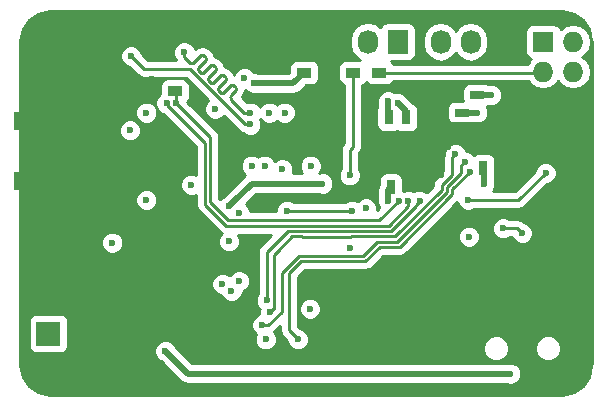
<source format=gbr>
G04 #@! TF.FileFunction,Copper,L4,Bot,Signal*
%FSLAX46Y46*%
G04 Gerber Fmt 4.6, Leading zero omitted, Abs format (unit mm)*
G04 Created by KiCad (PCBNEW 4.0.4-stable) date 05/18/17 09:07:34*
%MOMM*%
%LPD*%
G01*
G04 APERTURE LIST*
%ADD10C,0.100000*%
%ADD11R,2.032000X2.032000*%
%ADD12O,2.032000X2.032000*%
%ADD13R,1.200000X0.750000*%
%ADD14R,0.750000X1.200000*%
%ADD15R,4.064000X1.524000*%
%ADD16R,1.727200X2.032000*%
%ADD17O,1.727200X2.032000*%
%ADD18R,1.727200X1.727200*%
%ADD19O,1.727200X1.727200*%
%ADD20R,1.200000X0.900000*%
%ADD21C,0.600000*%
%ADD22C,0.250000*%
%ADD23C,0.500000*%
%ADD24C,0.254000*%
G04 APERTURE END LIST*
D10*
D11*
X65900000Y-66900000D03*
D12*
X65900000Y-64360000D03*
D13*
X100900000Y-48200000D03*
X99000000Y-48200000D03*
D14*
X96200000Y-48600000D03*
X96200000Y-50500000D03*
X102730000Y-52860000D03*
X102730000Y-50960000D03*
D13*
X102200000Y-46700000D03*
X100300000Y-46700000D03*
D14*
X94700000Y-48600000D03*
X94700000Y-50500000D03*
X94900000Y-54500000D03*
X94900000Y-52600000D03*
D15*
X65059000Y-48887000D03*
X65059000Y-53967000D03*
D16*
X104180000Y-42200000D03*
D17*
X101640000Y-42200000D03*
X99100000Y-42200000D03*
D16*
X95480000Y-42200000D03*
D17*
X92940000Y-42200000D03*
X90400000Y-42200000D03*
D18*
X107800000Y-42200000D03*
D19*
X110340000Y-42200000D03*
X107800000Y-44740000D03*
X110340000Y-44740000D03*
X107800000Y-47280000D03*
X110340000Y-47280000D03*
D20*
X74400000Y-46400000D03*
X76600000Y-46400000D03*
X89750000Y-44800000D03*
X87550000Y-44800000D03*
X93900000Y-44800000D03*
X91700000Y-44800000D03*
D21*
X84200000Y-43600000D03*
X84900000Y-44200000D03*
X84970000Y-43210000D03*
X90500000Y-47470000D03*
X80340000Y-40480000D03*
X71800000Y-44700000D03*
X105700000Y-48000000D03*
X105700000Y-46800000D03*
X109000000Y-39800000D03*
X106400000Y-39800000D03*
X98400000Y-39800000D03*
X103046000Y-39800000D03*
X88800000Y-42100000D03*
X90500000Y-46600000D03*
X94000000Y-39800000D03*
X92000000Y-39900000D03*
X90300000Y-39900000D03*
X88800000Y-40200000D03*
X69400000Y-46400000D03*
X77600000Y-40300000D03*
X67400000Y-40400000D03*
X72500000Y-40300000D03*
X69300000Y-44700000D03*
X109700000Y-57700000D03*
X108425000Y-57600000D03*
X108400000Y-59100000D03*
X109700000Y-59100000D03*
X110900000Y-59100000D03*
X110900000Y-57800000D03*
X110900000Y-56400000D03*
X109700000Y-56400000D03*
X108500000Y-56400000D03*
X100000000Y-63400000D03*
X100000000Y-62100000D03*
X100000000Y-60900000D03*
X100000000Y-59800000D03*
X108500000Y-66500000D03*
X106700000Y-67300000D03*
X106700000Y-68800000D03*
X106700000Y-70200000D03*
X107800000Y-71800000D03*
X106300000Y-71800000D03*
X104900000Y-71800000D03*
X97500000Y-71400000D03*
X96400000Y-71400000D03*
X95200000Y-71400000D03*
X94000000Y-71400000D03*
X92800000Y-71400000D03*
X89100000Y-55500000D03*
X82900000Y-59300000D03*
X83900000Y-59300000D03*
X78725000Y-61900000D03*
X77100000Y-62300000D03*
X77100000Y-63900000D03*
X88900000Y-63700000D03*
X90600000Y-63700000D03*
X87200000Y-63700000D03*
X78300000Y-68000000D03*
X74400000Y-59000000D03*
X75500000Y-59200000D03*
X79500000Y-59200000D03*
X78000000Y-59100000D03*
X71800000Y-57500000D03*
X70600000Y-57500000D03*
X84656250Y-51133750D03*
X85943750Y-51133750D03*
X85943750Y-49846250D03*
X84656250Y-49846250D03*
X67200000Y-48900000D03*
X99100000Y-53500000D03*
X98300000Y-52700000D03*
X97600000Y-52000000D03*
X96800000Y-51200000D03*
X96200000Y-51800000D03*
X99700000Y-51100000D03*
X99000000Y-50600000D03*
X98230000Y-49870000D03*
X97600000Y-47100000D03*
X97600000Y-48100000D03*
X97530000Y-49190000D03*
X67900000Y-53700000D03*
X72700000Y-52700000D03*
X70400000Y-48900000D03*
X71700000Y-50000000D03*
X70400000Y-50000000D03*
X69000000Y-48900000D03*
X67600000Y-52700000D03*
X66600000Y-52700000D03*
X64200000Y-52700000D03*
X65000000Y-52700000D03*
X66600000Y-50100000D03*
X65200000Y-50100000D03*
X64200000Y-50100000D03*
X96000000Y-52600000D03*
X74700000Y-45325000D03*
X65100000Y-58000000D03*
X64100000Y-58000000D03*
X65900000Y-58000000D03*
X67500000Y-58000000D03*
X65900000Y-59300000D03*
X65900000Y-61400000D03*
X67300000Y-46950000D03*
X66550000Y-46950000D03*
X65300000Y-46950000D03*
X63880000Y-47000000D03*
X75580000Y-51620000D03*
X77000000Y-50300000D03*
X75545000Y-50320000D03*
X76960000Y-51560000D03*
X76240000Y-50940000D03*
X72000000Y-53200000D03*
X70600000Y-53800000D03*
X69000000Y-53800000D03*
X67900000Y-55100000D03*
X64100000Y-55900000D03*
X67000000Y-55900000D03*
X66000000Y-55900000D03*
X65100000Y-55900000D03*
X101440000Y-55580000D03*
X108000000Y-53300000D03*
X102200000Y-48200000D03*
X95500000Y-47400000D03*
X71300000Y-59200000D03*
X89100000Y-54199999D03*
X80625000Y-62700000D03*
X72800000Y-49700000D03*
X78000000Y-54300000D03*
X74200000Y-55600000D03*
X74200000Y-48200000D03*
X81200000Y-56100000D03*
X81200000Y-59100000D03*
X82500000Y-45300000D03*
X85900000Y-48200000D03*
X85700000Y-53000000D03*
X84200000Y-52700000D03*
X81400000Y-63300000D03*
X88100000Y-52700000D03*
X80000000Y-47900000D03*
X83100000Y-52700000D03*
X84600000Y-48200000D03*
X82050000Y-56700000D03*
X82050000Y-62450000D03*
X84300000Y-67390000D03*
X88040000Y-64810000D03*
X101500000Y-58700000D03*
X103400000Y-46700000D03*
X94645863Y-55654137D03*
X94645863Y-47202849D03*
X92800000Y-56300000D03*
X91400000Y-59700000D03*
X102800000Y-54200000D03*
X75800000Y-68400000D03*
X105000000Y-70300000D03*
X95566000Y-55664000D03*
X76700000Y-47400000D03*
X83300000Y-45700000D03*
X105990000Y-58400000D03*
X104400000Y-58000000D03*
X91400000Y-53500000D03*
X96366003Y-55664000D03*
X75900000Y-47400000D03*
X91600000Y-56500000D03*
X86100000Y-56500000D03*
X101580000Y-53220000D03*
X87040000Y-67400000D03*
X101130000Y-52350000D03*
X83990000Y-66180000D03*
X100360000Y-51710000D03*
X84680000Y-65070000D03*
X83000000Y-48200000D03*
X77400000Y-43100000D03*
X72900000Y-43400000D03*
X83000000Y-49200000D03*
X84380000Y-64090000D03*
X97330000Y-55690000D03*
D22*
X84900000Y-44200000D02*
X84900000Y-43280000D01*
X84900000Y-43280000D02*
X84970000Y-43210000D01*
X84970000Y-43210000D02*
X84590000Y-43210000D01*
X84590000Y-43210000D02*
X84200000Y-43600000D01*
X84900000Y-44200000D02*
X84800000Y-44200000D01*
X84800000Y-44200000D02*
X84200000Y-43600000D01*
X107800000Y-47280000D02*
X106180000Y-47280000D01*
X106180000Y-47280000D02*
X105700000Y-46800000D01*
X106400000Y-39800000D02*
X109000000Y-39800000D01*
X65059000Y-53967000D02*
X65059000Y-52759000D01*
X65059000Y-52759000D02*
X65000000Y-52700000D01*
X65059000Y-48887000D02*
X65059000Y-49959000D01*
X65059000Y-49959000D02*
X65200000Y-50100000D01*
X97600000Y-48100000D02*
X97600000Y-47100000D01*
X97530000Y-49190000D02*
X97530000Y-48170000D01*
X97530000Y-48170000D02*
X97600000Y-48100000D01*
X98230000Y-49870000D02*
X98210000Y-49870000D01*
X98210000Y-49870000D02*
X97530000Y-49190000D01*
X99700000Y-51100000D02*
X99500000Y-51100000D01*
X99500000Y-51100000D02*
X99000000Y-50600000D01*
X98230000Y-49870000D02*
X98270000Y-49870000D01*
X98270000Y-49870000D02*
X99000000Y-50600000D01*
X96800000Y-51200000D02*
X99100000Y-53500000D01*
X96200000Y-51800000D02*
X96800000Y-51200000D01*
X96000000Y-52600000D02*
X96000000Y-52000000D01*
X96000000Y-52000000D02*
X96200000Y-51800000D01*
X94900000Y-52600000D02*
X94900000Y-51590000D01*
X94700000Y-50500000D02*
X94700000Y-51390000D01*
X94700000Y-51390000D02*
X94900000Y-51590000D01*
X65059000Y-53967000D02*
X67633000Y-53967000D01*
X67633000Y-53967000D02*
X67900000Y-53700000D01*
X98230000Y-49870000D02*
X99000000Y-49100000D01*
X97600000Y-50500000D02*
X98230000Y-49870000D01*
X107201314Y-49100000D02*
X102730000Y-49100000D01*
X102730000Y-49100000D02*
X99000000Y-49100000D01*
X102730000Y-50960000D02*
X102730000Y-50110000D01*
X102730000Y-50110000D02*
X102730000Y-49100000D01*
X96000000Y-52600000D02*
X94900000Y-52600000D01*
X107800000Y-47280000D02*
X107800000Y-48501314D01*
X107800000Y-48501314D02*
X107201314Y-49100000D01*
X74400000Y-46400000D02*
X74400000Y-45625000D01*
X74400000Y-45625000D02*
X74700000Y-45325000D01*
X89750000Y-44800000D02*
X89750000Y-42850000D01*
X89750000Y-42850000D02*
X90400000Y-42200000D01*
X99000000Y-47100000D02*
X99400000Y-46700000D01*
X99400000Y-46700000D02*
X100300000Y-46700000D01*
X99000000Y-48200000D02*
X99000000Y-47100000D01*
X96200000Y-50500000D02*
X97600000Y-50500000D01*
X99000000Y-49100000D02*
X99000000Y-48200000D01*
X96200000Y-50500000D02*
X94700000Y-50500000D01*
X101440000Y-55580000D02*
X105680000Y-55580000D01*
X105680000Y-55580000D02*
X105700000Y-55600000D01*
X105500000Y-55600000D02*
X105700000Y-55600000D01*
X105700000Y-55600000D02*
X108000000Y-53300000D01*
D23*
X102200000Y-48200000D02*
X100900000Y-48200000D01*
X95500000Y-47400000D02*
X96200000Y-48100000D01*
X96200000Y-48100000D02*
X96200000Y-48600000D01*
X89100000Y-54199999D02*
X83100001Y-54199999D01*
X83100001Y-54199999D02*
X81499999Y-55800001D01*
X81499999Y-55800001D02*
X81200000Y-56100000D01*
X94900000Y-54500000D02*
X94645863Y-54754137D01*
X94645863Y-54754137D02*
X94645863Y-55654137D01*
X102800000Y-54200000D02*
X102800000Y-52930000D01*
X102800000Y-52930000D02*
X102730000Y-52860000D01*
X103400000Y-46700000D02*
X102200000Y-46700000D01*
X94645863Y-47202849D02*
X94645863Y-48545863D01*
X94645863Y-48545863D02*
X94700000Y-48600000D01*
X105000000Y-70300000D02*
X78600000Y-70300000D01*
X78600000Y-70300000D02*
X77700000Y-70300000D01*
X77700000Y-70300000D02*
X75800000Y-68400000D01*
D22*
X93900000Y-44800000D02*
X107740000Y-44800000D01*
X107740000Y-44800000D02*
X107800000Y-44740000D01*
X76700000Y-47400000D02*
X76700000Y-46500000D01*
X76700000Y-46500000D02*
X76600000Y-46400000D01*
X81125001Y-57325001D02*
X92264000Y-57325001D01*
X95566000Y-55664000D02*
X93904999Y-57325001D01*
X93904999Y-57325001D02*
X92264000Y-57325001D01*
X79600000Y-51200000D02*
X79600000Y-55800000D01*
X79600000Y-51200000D02*
X79600000Y-50300000D01*
X79600000Y-50300000D02*
X76700000Y-47400000D01*
X79600000Y-55800000D02*
X81125001Y-57325001D01*
D23*
X87550000Y-44800000D02*
X86650000Y-45700000D01*
X86650000Y-45700000D02*
X83300000Y-45700000D01*
D22*
X104400000Y-58000000D02*
X105590000Y-58000000D01*
X105590000Y-58000000D02*
X105990000Y-58400000D01*
X91400000Y-51400000D02*
X91700000Y-51100000D01*
X91700000Y-51100000D02*
X91700000Y-44800000D01*
X91400000Y-53500000D02*
X91400000Y-51400000D01*
X94724989Y-57775011D02*
X96366003Y-56133997D01*
X96366003Y-56133997D02*
X96366003Y-55664000D01*
X80938600Y-57775010D02*
X94724989Y-57775011D01*
X96366003Y-55664000D02*
X96366003Y-55788999D01*
X75900000Y-47400000D02*
X75900000Y-47525002D01*
X75900000Y-47525002D02*
X78100000Y-49725002D01*
X78100000Y-49725002D02*
X78125002Y-49725002D01*
X78125002Y-49725002D02*
X79149990Y-50749990D01*
X79149990Y-50749990D02*
X79149990Y-55986400D01*
X79149990Y-55986400D02*
X80938600Y-57775010D01*
X86100000Y-56500000D02*
X91600000Y-56500000D01*
X101580000Y-53220000D02*
X100100019Y-54699981D01*
X100100019Y-54699981D02*
X100100019Y-55117803D01*
X86270000Y-65130000D02*
X86270000Y-66630000D01*
X86270000Y-66630000D02*
X87040000Y-67400000D01*
X86270000Y-61786412D02*
X86270000Y-65130000D01*
X92746439Y-60775011D02*
X87281401Y-60775011D01*
X87281401Y-60775011D02*
X86270000Y-61786412D01*
X94800000Y-59575050D02*
X93946400Y-59575050D01*
X93946400Y-59575050D02*
X92746439Y-60775011D01*
X95470588Y-59575050D02*
X94800000Y-59575050D01*
X100100019Y-55117803D02*
X95642772Y-59575050D01*
X95642772Y-59575050D02*
X95470588Y-59575050D01*
X101130000Y-52350000D02*
X100830001Y-52649999D01*
X100830001Y-52649999D02*
X100830001Y-53333589D01*
X100830001Y-53333589D02*
X99650010Y-54513580D01*
X99650010Y-54513580D02*
X99650010Y-54931402D01*
X85640000Y-64770000D02*
X85640000Y-65035002D01*
X85640000Y-65035002D02*
X84495002Y-66180000D01*
X84495002Y-66180000D02*
X83990000Y-66180000D01*
X85640000Y-61780002D02*
X85640000Y-64770000D01*
X87095001Y-60325001D02*
X85640000Y-61780002D01*
X95284188Y-59125040D02*
X93760000Y-59125040D01*
X93760000Y-59125040D02*
X92560039Y-60325001D01*
X92560039Y-60325001D02*
X87095001Y-60325001D01*
X99650010Y-54931402D02*
X95456372Y-59125040D01*
X95456372Y-59125040D02*
X95284188Y-59125040D01*
X100360000Y-51710000D02*
X100060001Y-52009999D01*
X100060001Y-52009999D02*
X100060001Y-53467179D01*
X100060001Y-53467179D02*
X99200001Y-54327179D01*
X99200001Y-54327179D02*
X99200001Y-54745001D01*
X85005001Y-64804999D02*
X84945001Y-64804999D01*
X84945001Y-64804999D02*
X84680000Y-65070000D01*
X85340000Y-59890000D02*
X85005001Y-60224999D01*
X85005001Y-60224999D02*
X85005001Y-64804999D01*
X86554970Y-58675030D02*
X85340000Y-59890000D01*
X87365030Y-58675030D02*
X86554970Y-58675030D01*
X91484998Y-58690000D02*
X87380000Y-58690000D01*
X87380000Y-58690000D02*
X87365030Y-58675030D01*
X92994970Y-58675030D02*
X91499968Y-58675030D01*
X91499968Y-58675030D02*
X91484998Y-58690000D01*
X95097788Y-58675030D02*
X92994970Y-58675030D01*
X95269972Y-58675030D02*
X95097788Y-58675030D01*
X99200001Y-54745001D02*
X95269972Y-58675030D01*
X77400000Y-43100000D02*
X77400000Y-43524264D01*
X80022299Y-44637942D02*
X79980414Y-44690465D01*
X77400000Y-43524264D02*
X77912601Y-44036865D01*
X82500000Y-48200000D02*
X83000000Y-48200000D01*
X78049871Y-44036865D02*
X78077160Y-44030636D01*
X78552241Y-44531538D02*
X78566203Y-44549046D01*
X81748499Y-46274469D02*
X81719351Y-46334994D01*
X79386068Y-45315664D02*
X79386068Y-45338057D01*
X78566203Y-44407624D02*
X78552241Y-44425132D01*
X77912601Y-44036865D02*
X78049871Y-44036865D01*
X81305725Y-45921368D02*
X81366251Y-45892220D01*
X79400767Y-45380064D02*
X79414729Y-45397572D01*
X80066396Y-44444744D02*
X80066395Y-44511922D01*
X78552241Y-44425132D02*
X78542525Y-44445307D01*
X80583780Y-46552618D02*
X80605611Y-46557601D01*
X79391051Y-45359889D02*
X79400767Y-45380064D01*
X78953346Y-43331693D02*
X79018841Y-43346643D01*
X78760147Y-43375790D02*
X78820673Y-43346642D01*
X78077160Y-44030636D02*
X78102379Y-44018491D01*
X78537542Y-44467138D02*
X78537542Y-44489531D01*
X78102379Y-44018491D02*
X78124264Y-44001039D01*
X80234594Y-46164190D02*
X80234594Y-46186583D01*
X78124264Y-44001039D02*
X78212651Y-43912651D01*
X78707626Y-43417677D02*
X78760147Y-43375790D01*
X81323590Y-46981575D02*
X81352738Y-47042101D01*
X79131888Y-43417675D02*
X79173774Y-43470198D01*
X79061177Y-44761177D02*
X79556152Y-44266203D01*
X78930952Y-44860549D02*
X78952784Y-44855566D01*
X78212651Y-43912651D02*
X78707626Y-43417677D01*
X80870825Y-45486468D02*
X80828940Y-45538991D01*
X78820673Y-43346642D02*
X78886168Y-43331694D01*
X79400767Y-45273658D02*
X79391051Y-45293833D01*
X79909703Y-45609703D02*
X80404678Y-45114729D01*
X80649836Y-46552618D02*
X80670011Y-46542902D01*
X78886168Y-43331694D02*
X78953346Y-43331693D01*
X80650398Y-45028745D02*
X80715893Y-45043695D01*
X80066395Y-44511922D02*
X80051447Y-44577417D01*
X79018841Y-43346643D02*
X79079367Y-43375791D01*
X80404678Y-45114729D02*
X80457199Y-45072842D01*
X79079367Y-43375791D02*
X79131888Y-43417675D01*
X78566203Y-44549046D02*
X78849045Y-44831888D01*
X79173774Y-43470198D02*
X79202920Y-43530723D01*
X79202920Y-43530723D02*
X79217870Y-43596218D01*
X78990467Y-44831888D02*
X79061177Y-44761177D01*
X79217870Y-43596218D02*
X79217869Y-43663396D01*
X80517725Y-45043694D02*
X80583220Y-45028746D01*
X79217869Y-43663396D02*
X79202921Y-43728891D01*
X79173773Y-43789416D02*
X79131888Y-43841939D01*
X79391051Y-45293833D02*
X79386068Y-45315664D01*
X79801310Y-45704092D02*
X79821485Y-45694376D01*
X81394624Y-46670360D02*
X81352739Y-46722883D01*
X79202921Y-43728891D02*
X79173773Y-43789416D01*
X78537542Y-44489531D02*
X78542525Y-44511363D01*
X78542525Y-44511363D02*
X78552241Y-44531538D01*
X79131888Y-43841939D02*
X78566203Y-44407624D01*
X81763448Y-46141796D02*
X81763447Y-46208974D01*
X78542525Y-44445307D02*
X78537542Y-44467138D01*
X80234594Y-46186583D02*
X80239577Y-46208415D01*
X81308642Y-46916082D02*
X81323590Y-46981575D01*
X78849045Y-44831888D02*
X78866553Y-44845850D01*
X80899972Y-45227775D02*
X80914922Y-45293270D01*
X81624945Y-45921369D02*
X81677466Y-45963253D01*
X79980414Y-44690465D02*
X79414729Y-45256150D01*
X79735254Y-45704092D02*
X79757085Y-45709075D01*
X81677466Y-46387517D02*
X81394624Y-46670360D01*
X78866553Y-44845850D02*
X78886728Y-44855566D01*
X78886728Y-44855566D02*
X78908559Y-44860549D01*
X78908559Y-44860549D02*
X78930952Y-44860549D01*
X79608673Y-44224316D02*
X79669199Y-44195168D01*
X79556152Y-44266203D02*
X79608673Y-44224316D01*
X79386068Y-45338057D02*
X79391051Y-45359889D01*
X78952784Y-44855566D02*
X78972959Y-44845850D01*
X80583220Y-45028746D02*
X80650398Y-45028745D01*
X78972959Y-44845850D02*
X78990467Y-44831888D01*
X79414729Y-45397572D02*
X79697571Y-45680414D01*
X80914921Y-45360448D02*
X80899973Y-45425943D01*
X79414729Y-45256150D02*
X79400767Y-45273658D01*
X79669199Y-44195168D02*
X79734694Y-44180220D01*
X81352738Y-47042101D02*
X81394624Y-47094624D01*
X79734694Y-44180220D02*
X79801872Y-44180219D01*
X80051447Y-44577417D02*
X80022299Y-44637942D01*
X79801872Y-44180219D02*
X79867367Y-44195169D01*
X79715079Y-45694376D02*
X79735254Y-45704092D01*
X79867367Y-44195169D02*
X79927893Y-44224317D01*
X79927893Y-44224317D02*
X79980414Y-44266201D01*
X79980414Y-44266201D02*
X80022300Y-44318724D01*
X80022300Y-44318724D02*
X80051446Y-44379249D01*
X80051446Y-44379249D02*
X80066396Y-44444744D01*
X79697571Y-45680414D02*
X79715079Y-45694376D01*
X79757085Y-45709075D02*
X79779478Y-45709075D01*
X79779478Y-45709075D02*
X79801310Y-45704092D01*
X81748498Y-46076301D02*
X81763448Y-46141796D01*
X79821485Y-45694376D02*
X79838993Y-45680414D01*
X79838993Y-45680414D02*
X79909703Y-45609703D01*
X80457199Y-45072842D02*
X80517725Y-45043694D01*
X80758229Y-46458229D02*
X81253204Y-45963255D01*
X80715893Y-45043695D02*
X80776419Y-45072843D01*
X80776419Y-45072843D02*
X80828940Y-45114727D01*
X80828940Y-45114727D02*
X80870826Y-45167250D01*
X81564419Y-45892221D02*
X81624945Y-45921369D01*
X80870826Y-45167250D02*
X80899972Y-45227775D01*
X80914922Y-45293270D02*
X80914921Y-45360448D01*
X80628004Y-46557601D02*
X80649836Y-46552618D01*
X80899973Y-45425943D02*
X80870825Y-45486468D01*
X80828940Y-45538991D02*
X80263255Y-46104676D01*
X80263255Y-46104676D02*
X80249293Y-46122184D01*
X80249293Y-46122184D02*
X80239577Y-46142359D01*
X80239577Y-46208415D02*
X80249293Y-46228590D01*
X80239577Y-46142359D02*
X80234594Y-46164190D01*
X80249293Y-46228590D02*
X80263255Y-46246098D01*
X80263255Y-46246098D02*
X80546097Y-46528940D01*
X80546097Y-46528940D02*
X80563605Y-46542902D01*
X80563605Y-46542902D02*
X80583780Y-46552618D01*
X80605611Y-46557601D02*
X80628004Y-46557601D01*
X81308641Y-46848902D02*
X81308642Y-46916082D01*
X80670011Y-46542902D02*
X80687519Y-46528940D01*
X81719352Y-46015776D02*
X81748498Y-46076301D01*
X80687519Y-46528940D02*
X80758229Y-46458229D01*
X81253204Y-45963255D02*
X81305725Y-45921368D01*
X81366251Y-45892220D02*
X81431746Y-45877272D01*
X81431746Y-45877272D02*
X81498924Y-45877271D01*
X81498924Y-45877271D02*
X81564419Y-45892221D01*
X81677466Y-45963253D02*
X81719352Y-46015776D01*
X81352739Y-46722883D02*
X81323591Y-46783409D01*
X81763447Y-46208974D02*
X81748499Y-46274469D01*
X81719351Y-46334994D02*
X81677466Y-46387517D01*
X81323591Y-46783409D02*
X81308641Y-46848902D01*
X81394624Y-47094624D02*
X82500000Y-48200000D01*
X72900000Y-43400000D02*
X74000000Y-44500000D01*
X74000000Y-44500000D02*
X77875736Y-44500000D01*
X77875736Y-44500000D02*
X82575736Y-49200000D01*
X82575736Y-49200000D02*
X83000000Y-49200000D01*
X86144980Y-58225020D02*
X84380000Y-59990000D01*
X84380000Y-59990000D02*
X84380000Y-64090000D01*
X94911388Y-58225020D02*
X89070000Y-58225020D01*
X89070000Y-58225020D02*
X86144980Y-58225020D01*
X97330000Y-55690000D02*
X97030001Y-55989999D01*
X97030001Y-55989999D02*
X97030001Y-56106409D01*
X97030001Y-56106409D02*
X94911388Y-58225020D01*
D24*
G36*
X109356609Y-39620877D02*
X110399536Y-39828328D01*
X111162126Y-40337874D01*
X111671857Y-41100740D01*
X111879243Y-42138609D01*
X111890000Y-42164515D01*
X111890000Y-69517291D01*
X111873712Y-69556614D01*
X111666261Y-70599541D01*
X111156715Y-71362131D01*
X110393849Y-71871862D01*
X109355980Y-72079248D01*
X109330086Y-72090000D01*
X66082709Y-72090000D01*
X66043386Y-72073712D01*
X65000459Y-71866261D01*
X64237869Y-71356715D01*
X63728138Y-70593849D01*
X63520752Y-69555980D01*
X63510000Y-69530086D01*
X63510000Y-68585167D01*
X74864838Y-68585167D01*
X75006883Y-68928943D01*
X75269673Y-69192192D01*
X75390986Y-69242566D01*
X77074208Y-70925787D01*
X77074210Y-70925790D01*
X77361325Y-71117633D01*
X77417516Y-71128810D01*
X77700000Y-71185001D01*
X77700005Y-71185000D01*
X104693178Y-71185000D01*
X104813201Y-71234838D01*
X105185167Y-71235162D01*
X105528943Y-71093117D01*
X105792192Y-70830327D01*
X105934838Y-70486799D01*
X105935162Y-70114833D01*
X105793117Y-69771057D01*
X105530327Y-69507808D01*
X105186799Y-69365162D01*
X104814833Y-69364838D01*
X104693431Y-69415000D01*
X78066579Y-69415000D01*
X77015470Y-68363890D01*
X102715592Y-68363890D01*
X102880362Y-68762663D01*
X103185193Y-69068026D01*
X103583677Y-69233491D01*
X104015150Y-69233868D01*
X104413923Y-69069098D01*
X104719286Y-68764267D01*
X104884751Y-68365783D01*
X104884752Y-68363890D01*
X107114872Y-68363890D01*
X107279642Y-68762663D01*
X107584473Y-69068026D01*
X107982957Y-69233491D01*
X108414430Y-69233868D01*
X108813203Y-69069098D01*
X109118566Y-68764267D01*
X109284031Y-68365783D01*
X109284408Y-67934310D01*
X109119638Y-67535537D01*
X108814807Y-67230174D01*
X108416323Y-67064709D01*
X107984850Y-67064332D01*
X107586077Y-67229102D01*
X107280714Y-67533933D01*
X107115249Y-67932417D01*
X107114872Y-68363890D01*
X104884752Y-68363890D01*
X104885128Y-67934310D01*
X104720358Y-67535537D01*
X104415527Y-67230174D01*
X104017043Y-67064709D01*
X103585570Y-67064332D01*
X103186797Y-67229102D01*
X102881434Y-67533933D01*
X102715969Y-67932417D01*
X102715592Y-68363890D01*
X77015470Y-68363890D01*
X76642744Y-67991164D01*
X76593117Y-67871057D01*
X76330327Y-67607808D01*
X75986799Y-67465162D01*
X75614833Y-67464838D01*
X75271057Y-67606883D01*
X75007808Y-67869673D01*
X74865162Y-68213201D01*
X74864838Y-68585167D01*
X63510000Y-68585167D01*
X63510000Y-65884000D01*
X64236560Y-65884000D01*
X64236560Y-67916000D01*
X64280838Y-68151317D01*
X64419910Y-68367441D01*
X64632110Y-68512431D01*
X64884000Y-68563440D01*
X66916000Y-68563440D01*
X67151317Y-68519162D01*
X67367441Y-68380090D01*
X67512431Y-68167890D01*
X67563440Y-67916000D01*
X67563440Y-65884000D01*
X67519162Y-65648683D01*
X67380090Y-65432559D01*
X67167890Y-65287569D01*
X66916000Y-65236560D01*
X64884000Y-65236560D01*
X64648683Y-65280838D01*
X64432559Y-65419910D01*
X64287569Y-65632110D01*
X64236560Y-65884000D01*
X63510000Y-65884000D01*
X63510000Y-62885167D01*
X79689838Y-62885167D01*
X79831883Y-63228943D01*
X80094673Y-63492192D01*
X80438201Y-63634838D01*
X80526713Y-63634915D01*
X80606883Y-63828943D01*
X80869673Y-64092192D01*
X81213201Y-64234838D01*
X81585167Y-64235162D01*
X81928943Y-64093117D01*
X82192192Y-63830327D01*
X82334838Y-63486799D01*
X82334962Y-63343927D01*
X82578943Y-63243117D01*
X82842192Y-62980327D01*
X82984838Y-62636799D01*
X82985162Y-62264833D01*
X82843117Y-61921057D01*
X82580327Y-61657808D01*
X82236799Y-61515162D01*
X81864833Y-61514838D01*
X81521057Y-61656883D01*
X81257808Y-61919673D01*
X81231182Y-61983795D01*
X81155327Y-61907808D01*
X80811799Y-61765162D01*
X80439833Y-61764838D01*
X80096057Y-61906883D01*
X79832808Y-62169673D01*
X79690162Y-62513201D01*
X79689838Y-62885167D01*
X63510000Y-62885167D01*
X63510000Y-59385167D01*
X70364838Y-59385167D01*
X70506883Y-59728943D01*
X70769673Y-59992192D01*
X71113201Y-60134838D01*
X71485167Y-60135162D01*
X71828943Y-59993117D01*
X72092192Y-59730327D01*
X72234838Y-59386799D01*
X72235162Y-59014833D01*
X72093117Y-58671057D01*
X71830327Y-58407808D01*
X71486799Y-58265162D01*
X71114833Y-58264838D01*
X70771057Y-58406883D01*
X70507808Y-58669673D01*
X70365162Y-59013201D01*
X70364838Y-59385167D01*
X63510000Y-59385167D01*
X63510000Y-55785167D01*
X73264838Y-55785167D01*
X73406883Y-56128943D01*
X73669673Y-56392192D01*
X74013201Y-56534838D01*
X74385167Y-56535162D01*
X74728943Y-56393117D01*
X74992192Y-56130327D01*
X75134838Y-55786799D01*
X75135162Y-55414833D01*
X74993117Y-55071057D01*
X74730327Y-54807808D01*
X74386799Y-54665162D01*
X74014833Y-54664838D01*
X73671057Y-54806883D01*
X73407808Y-55069673D01*
X73265162Y-55413201D01*
X73264838Y-55785167D01*
X63510000Y-55785167D01*
X63510000Y-49885167D01*
X71864838Y-49885167D01*
X72006883Y-50228943D01*
X72269673Y-50492192D01*
X72613201Y-50634838D01*
X72985167Y-50635162D01*
X73328943Y-50493117D01*
X73592192Y-50230327D01*
X73734838Y-49886799D01*
X73735162Y-49514833D01*
X73593117Y-49171057D01*
X73330327Y-48907808D01*
X72986799Y-48765162D01*
X72614833Y-48764838D01*
X72271057Y-48906883D01*
X72007808Y-49169673D01*
X71865162Y-49513201D01*
X71864838Y-49885167D01*
X63510000Y-49885167D01*
X63510000Y-48385167D01*
X73264838Y-48385167D01*
X73406883Y-48728943D01*
X73669673Y-48992192D01*
X74013201Y-49134838D01*
X74385167Y-49135162D01*
X74728943Y-48993117D01*
X74992192Y-48730327D01*
X75134838Y-48386799D01*
X75135162Y-48014833D01*
X74993117Y-47671057D01*
X74907377Y-47585167D01*
X74964838Y-47585167D01*
X75106883Y-47928943D01*
X75369673Y-48192192D01*
X75579528Y-48279332D01*
X77562599Y-50262403D01*
X77637946Y-50312748D01*
X78389990Y-51064792D01*
X78389990Y-53449535D01*
X78186799Y-53365162D01*
X77814833Y-53364838D01*
X77471057Y-53506883D01*
X77207808Y-53769673D01*
X77065162Y-54113201D01*
X77064838Y-54485167D01*
X77206883Y-54828943D01*
X77469673Y-55092192D01*
X77813201Y-55234838D01*
X78185167Y-55235162D01*
X78389990Y-55150531D01*
X78389990Y-55986400D01*
X78447842Y-56277239D01*
X78612589Y-56523801D01*
X80401199Y-58312411D01*
X80559537Y-58418209D01*
X80407808Y-58569673D01*
X80265162Y-58913201D01*
X80264838Y-59285167D01*
X80406883Y-59628943D01*
X80669673Y-59892192D01*
X81013201Y-60034838D01*
X81385167Y-60035162D01*
X81728943Y-59893117D01*
X81992192Y-59630327D01*
X82134838Y-59286799D01*
X82135162Y-58914833D01*
X81993117Y-58571057D01*
X81957133Y-58535010D01*
X84760188Y-58535010D01*
X83842599Y-59452599D01*
X83677852Y-59699161D01*
X83620000Y-59990000D01*
X83620000Y-63527537D01*
X83587808Y-63559673D01*
X83445162Y-63903201D01*
X83444838Y-64275167D01*
X83586883Y-64618943D01*
X83776160Y-64808550D01*
X83745162Y-64883201D01*
X83744838Y-65255167D01*
X83749942Y-65267519D01*
X83461057Y-65386883D01*
X83197808Y-65649673D01*
X83055162Y-65993201D01*
X83054838Y-66365167D01*
X83196883Y-66708943D01*
X83459673Y-66972192D01*
X83460878Y-66972692D01*
X83365162Y-67203201D01*
X83364838Y-67575167D01*
X83506883Y-67918943D01*
X83769673Y-68182192D01*
X84113201Y-68324838D01*
X84485167Y-68325162D01*
X84828943Y-68183117D01*
X85092192Y-67920327D01*
X85234838Y-67576799D01*
X85235162Y-67204833D01*
X85093117Y-66861057D01*
X84982798Y-66750546D01*
X85032403Y-66717401D01*
X85510000Y-66239804D01*
X85510000Y-66630000D01*
X85567852Y-66920839D01*
X85732599Y-67167401D01*
X86104878Y-67539680D01*
X86104838Y-67585167D01*
X86246883Y-67928943D01*
X86509673Y-68192192D01*
X86853201Y-68334838D01*
X87225167Y-68335162D01*
X87568943Y-68193117D01*
X87832192Y-67930327D01*
X87974838Y-67586799D01*
X87975162Y-67214833D01*
X87833117Y-66871057D01*
X87570327Y-66607808D01*
X87226799Y-66465162D01*
X87179923Y-66465121D01*
X87030000Y-66315198D01*
X87030000Y-64995167D01*
X87104838Y-64995167D01*
X87246883Y-65338943D01*
X87509673Y-65602192D01*
X87853201Y-65744838D01*
X88225167Y-65745162D01*
X88568943Y-65603117D01*
X88832192Y-65340327D01*
X88974838Y-64996799D01*
X88975162Y-64624833D01*
X88833117Y-64281057D01*
X88570327Y-64017808D01*
X88226799Y-63875162D01*
X87854833Y-63874838D01*
X87511057Y-64016883D01*
X87247808Y-64279673D01*
X87105162Y-64623201D01*
X87104838Y-64995167D01*
X87030000Y-64995167D01*
X87030000Y-62101214D01*
X87596203Y-61535011D01*
X92746439Y-61535011D01*
X93037278Y-61477159D01*
X93283840Y-61312412D01*
X94261202Y-60335050D01*
X95642772Y-60335050D01*
X95933611Y-60277198D01*
X96180173Y-60112451D01*
X97407457Y-58885167D01*
X100564838Y-58885167D01*
X100706883Y-59228943D01*
X100969673Y-59492192D01*
X101313201Y-59634838D01*
X101685167Y-59635162D01*
X102028943Y-59493117D01*
X102292192Y-59230327D01*
X102434838Y-58886799D01*
X102435162Y-58514833D01*
X102298948Y-58185167D01*
X103464838Y-58185167D01*
X103606883Y-58528943D01*
X103869673Y-58792192D01*
X104213201Y-58934838D01*
X104585167Y-58935162D01*
X104928943Y-58793117D01*
X104962118Y-58760000D01*
X105127077Y-58760000D01*
X105196883Y-58928943D01*
X105459673Y-59192192D01*
X105803201Y-59334838D01*
X106175167Y-59335162D01*
X106518943Y-59193117D01*
X106782192Y-58930327D01*
X106924838Y-58586799D01*
X106925162Y-58214833D01*
X106783117Y-57871057D01*
X106520327Y-57607808D01*
X106176799Y-57465162D01*
X106129923Y-57465121D01*
X106127401Y-57462599D01*
X105880839Y-57297852D01*
X105590000Y-57240000D01*
X104962463Y-57240000D01*
X104930327Y-57207808D01*
X104586799Y-57065162D01*
X104214833Y-57064838D01*
X103871057Y-57206883D01*
X103607808Y-57469673D01*
X103465162Y-57813201D01*
X103464838Y-58185167D01*
X102298948Y-58185167D01*
X102293117Y-58171057D01*
X102030327Y-57907808D01*
X101686799Y-57765162D01*
X101314833Y-57764838D01*
X100971057Y-57906883D01*
X100707808Y-58169673D01*
X100565162Y-58513201D01*
X100564838Y-58885167D01*
X97407457Y-58885167D01*
X100511451Y-55781173D01*
X100646883Y-56108943D01*
X100909673Y-56372192D01*
X101253201Y-56514838D01*
X101625167Y-56515162D01*
X101968943Y-56373117D01*
X102002118Y-56340000D01*
X105399454Y-56340000D01*
X105500000Y-56360000D01*
X105700000Y-56360000D01*
X105990839Y-56302148D01*
X106237401Y-56137401D01*
X108139680Y-54235122D01*
X108185167Y-54235162D01*
X108528943Y-54093117D01*
X108792192Y-53830327D01*
X108934838Y-53486799D01*
X108935162Y-53114833D01*
X108793117Y-52771057D01*
X108530327Y-52507808D01*
X108186799Y-52365162D01*
X107814833Y-52364838D01*
X107471057Y-52506883D01*
X107207808Y-52769673D01*
X107065162Y-53113201D01*
X107065121Y-53160077D01*
X105405198Y-54820000D01*
X103502362Y-54820000D01*
X103592192Y-54730327D01*
X103734838Y-54386799D01*
X103735162Y-54014833D01*
X103685000Y-53893431D01*
X103685000Y-53735938D01*
X103701431Y-53711890D01*
X103752440Y-53460000D01*
X103752440Y-52260000D01*
X103708162Y-52024683D01*
X103569090Y-51808559D01*
X103356890Y-51663569D01*
X103105000Y-51612560D01*
X102355000Y-51612560D01*
X102119683Y-51656838D01*
X101903559Y-51795910D01*
X101901306Y-51799208D01*
X101660327Y-51557808D01*
X101316799Y-51415162D01*
X101249823Y-51415104D01*
X101153117Y-51181057D01*
X100890327Y-50917808D01*
X100546799Y-50775162D01*
X100174833Y-50774838D01*
X99831057Y-50916883D01*
X99567808Y-51179673D01*
X99425162Y-51523201D01*
X99425079Y-51618549D01*
X99357853Y-51719160D01*
X99300001Y-52009999D01*
X99300001Y-53152377D01*
X98662600Y-53789778D01*
X98497853Y-54036340D01*
X98440001Y-54327179D01*
X98440001Y-54430199D01*
X97916311Y-54953889D01*
X97860327Y-54897808D01*
X97516799Y-54755162D01*
X97144833Y-54754838D01*
X96879079Y-54864645D01*
X96552802Y-54729162D01*
X96180836Y-54728838D01*
X95965897Y-54817649D01*
X95922440Y-54799603D01*
X95922440Y-53900000D01*
X95878162Y-53664683D01*
X95739090Y-53448559D01*
X95526890Y-53303569D01*
X95275000Y-53252560D01*
X94525000Y-53252560D01*
X94289683Y-53296838D01*
X94073559Y-53435910D01*
X93928569Y-53648110D01*
X93877560Y-53900000D01*
X93877560Y-54341634D01*
X93828230Y-54415462D01*
X93820532Y-54454162D01*
X93760862Y-54754137D01*
X93760863Y-54754142D01*
X93760863Y-55347315D01*
X93711025Y-55467338D01*
X93710701Y-55839304D01*
X93852746Y-56183080D01*
X93912380Y-56242818D01*
X93734896Y-56420302D01*
X93735162Y-56114833D01*
X93593117Y-55771057D01*
X93330327Y-55507808D01*
X92986799Y-55365162D01*
X92614833Y-55364838D01*
X92271057Y-55506883D01*
X92087567Y-55690053D01*
X91786799Y-55565162D01*
X91414833Y-55564838D01*
X91071057Y-55706883D01*
X91037882Y-55740000D01*
X86662463Y-55740000D01*
X86630327Y-55707808D01*
X86286799Y-55565162D01*
X85914833Y-55564838D01*
X85571057Y-55706883D01*
X85307808Y-55969673D01*
X85165162Y-56313201D01*
X85164943Y-56565001D01*
X82985118Y-56565001D01*
X82985162Y-56514833D01*
X82843117Y-56171057D01*
X82612022Y-55939558D01*
X83466580Y-55084999D01*
X88793178Y-55084999D01*
X88913201Y-55134837D01*
X89285167Y-55135161D01*
X89628943Y-54993116D01*
X89892192Y-54730326D01*
X90034838Y-54386798D01*
X90035162Y-54014832D01*
X89893117Y-53671056D01*
X89630327Y-53407807D01*
X89286799Y-53265161D01*
X88914833Y-53264837D01*
X88817217Y-53305171D01*
X88892192Y-53230327D01*
X89034838Y-52886799D01*
X89035162Y-52514833D01*
X88893117Y-52171057D01*
X88630327Y-51907808D01*
X88286799Y-51765162D01*
X87914833Y-51764838D01*
X87571057Y-51906883D01*
X87307808Y-52169673D01*
X87165162Y-52513201D01*
X87164838Y-52885167D01*
X87306883Y-53228943D01*
X87392789Y-53314999D01*
X86581604Y-53314999D01*
X86634838Y-53186799D01*
X86635162Y-52814833D01*
X86493117Y-52471057D01*
X86230327Y-52207808D01*
X85886799Y-52065162D01*
X85514833Y-52064838D01*
X85171057Y-52206883D01*
X85055559Y-52322179D01*
X84993117Y-52171057D01*
X84730327Y-51907808D01*
X84386799Y-51765162D01*
X84014833Y-51764838D01*
X83671057Y-51906883D01*
X83650194Y-51927710D01*
X83630327Y-51907808D01*
X83286799Y-51765162D01*
X82914833Y-51764838D01*
X82571057Y-51906883D01*
X82307808Y-52169673D01*
X82165162Y-52513201D01*
X82164838Y-52885167D01*
X82306883Y-53228943D01*
X82569673Y-53492192D01*
X82586501Y-53499180D01*
X82474211Y-53574209D01*
X82474209Y-53574212D01*
X80874209Y-55174211D01*
X80874207Y-55174214D01*
X80791165Y-55257255D01*
X80671057Y-55306883D01*
X80426157Y-55551355D01*
X80360000Y-55485198D01*
X80360000Y-50300000D01*
X80302148Y-50009161D01*
X80302148Y-50009160D01*
X80137401Y-49762599D01*
X77666643Y-47291841D01*
X77796431Y-47101890D01*
X77847440Y-46850000D01*
X77847440Y-45950000D01*
X77803162Y-45714683D01*
X77664090Y-45498559D01*
X77451890Y-45353569D01*
X77200000Y-45302560D01*
X76000000Y-45302560D01*
X75764683Y-45346838D01*
X75548559Y-45485910D01*
X75403569Y-45698110D01*
X75352560Y-45950000D01*
X75352560Y-46625348D01*
X75107808Y-46869673D01*
X74965162Y-47213201D01*
X74964838Y-47585167D01*
X74907377Y-47585167D01*
X74730327Y-47407808D01*
X74386799Y-47265162D01*
X74014833Y-47264838D01*
X73671057Y-47406883D01*
X73407808Y-47669673D01*
X73265162Y-48013201D01*
X73264838Y-48385167D01*
X63510000Y-48385167D01*
X63510000Y-43585167D01*
X71964838Y-43585167D01*
X72106883Y-43928943D01*
X72369673Y-44192192D01*
X72713201Y-44334838D01*
X72760077Y-44334879D01*
X73462599Y-45037401D01*
X73709161Y-45202148D01*
X74000000Y-45260000D01*
X77560934Y-45260000D01*
X79439409Y-47138475D01*
X79207808Y-47369673D01*
X79065162Y-47713201D01*
X79064838Y-48085167D01*
X79206883Y-48428943D01*
X79469673Y-48692192D01*
X79813201Y-48834838D01*
X80185167Y-48835162D01*
X80528943Y-48693117D01*
X80761700Y-48460766D01*
X82038335Y-49737401D01*
X82284897Y-49902148D01*
X82403296Y-49925699D01*
X82469673Y-49992192D01*
X82813201Y-50134838D01*
X83185167Y-50135162D01*
X83528943Y-49993117D01*
X83792192Y-49730327D01*
X83934838Y-49386799D01*
X83935162Y-49014833D01*
X83824205Y-48746295D01*
X84069673Y-48992192D01*
X84413201Y-49134838D01*
X84785167Y-49135162D01*
X85128943Y-48993117D01*
X85249981Y-48872290D01*
X85369673Y-48992192D01*
X85713201Y-49134838D01*
X86085167Y-49135162D01*
X86428943Y-48993117D01*
X86692192Y-48730327D01*
X86834838Y-48386799D01*
X86835162Y-48014833D01*
X86693117Y-47671057D01*
X86430327Y-47407808D01*
X86086799Y-47265162D01*
X85714833Y-47264838D01*
X85371057Y-47406883D01*
X85250019Y-47527710D01*
X85130327Y-47407808D01*
X84786799Y-47265162D01*
X84414833Y-47264838D01*
X84071057Y-47406883D01*
X83807808Y-47669673D01*
X83800158Y-47688097D01*
X83793117Y-47671057D01*
X83530327Y-47407808D01*
X83186799Y-47265162D01*
X82814833Y-47264838D01*
X82690863Y-47316061D01*
X82252417Y-46877615D01*
X82271662Y-46861364D01*
X82313547Y-46808841D01*
X82352738Y-46732977D01*
X82363135Y-46719163D01*
X82368330Y-46714251D01*
X82370528Y-46709340D01*
X82404084Y-46664752D01*
X82433232Y-46604227D01*
X82447177Y-46550168D01*
X82449649Y-46545383D01*
X82450250Y-46538255D01*
X82454564Y-46521531D01*
X82461616Y-46505772D01*
X82465591Y-46499823D01*
X82466642Y-46494539D01*
X82489446Y-46443576D01*
X82504394Y-46378081D01*
X82505958Y-46322299D01*
X82507302Y-46317090D01*
X82506303Y-46310013D01*
X82506788Y-46292730D01*
X82510162Y-46275770D01*
X82512712Y-46269088D01*
X82512561Y-46263708D01*
X82517384Y-46239462D01*
X82769673Y-46492192D01*
X83113201Y-46634838D01*
X83485167Y-46635162D01*
X83606569Y-46585000D01*
X86649995Y-46585000D01*
X86650000Y-46585001D01*
X86932484Y-46528810D01*
X86988675Y-46517633D01*
X87275790Y-46325790D01*
X87704140Y-45897440D01*
X88150000Y-45897440D01*
X88385317Y-45853162D01*
X88601441Y-45714090D01*
X88746431Y-45501890D01*
X88797440Y-45250000D01*
X88797440Y-44350000D01*
X90452560Y-44350000D01*
X90452560Y-45250000D01*
X90496838Y-45485317D01*
X90635910Y-45701441D01*
X90848110Y-45846431D01*
X90940000Y-45865039D01*
X90940000Y-50785198D01*
X90862599Y-50862599D01*
X90697852Y-51109161D01*
X90640000Y-51400000D01*
X90640000Y-52937537D01*
X90607808Y-52969673D01*
X90465162Y-53313201D01*
X90464838Y-53685167D01*
X90606883Y-54028943D01*
X90869673Y-54292192D01*
X91213201Y-54434838D01*
X91585167Y-54435162D01*
X91928943Y-54293117D01*
X92192192Y-54030327D01*
X92334838Y-53686799D01*
X92335162Y-53314833D01*
X92193117Y-52971057D01*
X92160000Y-52937882D01*
X92160000Y-51714802D01*
X92237401Y-51637401D01*
X92402148Y-51390839D01*
X92460000Y-51100000D01*
X92460000Y-48000000D01*
X93677560Y-48000000D01*
X93677560Y-49200000D01*
X93721838Y-49435317D01*
X93860910Y-49651441D01*
X94073110Y-49796431D01*
X94325000Y-49847440D01*
X95075000Y-49847440D01*
X95310317Y-49803162D01*
X95450727Y-49712810D01*
X95573110Y-49796431D01*
X95825000Y-49847440D01*
X96575000Y-49847440D01*
X96810317Y-49803162D01*
X97026441Y-49664090D01*
X97171431Y-49451890D01*
X97222440Y-49200000D01*
X97222440Y-48000000D01*
X97189512Y-47825000D01*
X99652560Y-47825000D01*
X99652560Y-48575000D01*
X99696838Y-48810317D01*
X99835910Y-49026441D01*
X100048110Y-49171431D01*
X100300000Y-49222440D01*
X101500000Y-49222440D01*
X101735317Y-49178162D01*
X101880095Y-49085000D01*
X101893178Y-49085000D01*
X102013201Y-49134838D01*
X102385167Y-49135162D01*
X102728943Y-48993117D01*
X102992192Y-48730327D01*
X103134838Y-48386799D01*
X103135162Y-48014833D01*
X102998885Y-47685017D01*
X103035317Y-47678162D01*
X103146006Y-47606936D01*
X103213201Y-47634838D01*
X103585167Y-47635162D01*
X103928943Y-47493117D01*
X104192192Y-47230327D01*
X104334838Y-46886799D01*
X104335162Y-46514833D01*
X104193117Y-46171057D01*
X103930327Y-45907808D01*
X103586799Y-45765162D01*
X103214833Y-45764838D01*
X103146372Y-45793126D01*
X103051890Y-45728569D01*
X102800000Y-45677560D01*
X101600000Y-45677560D01*
X101364683Y-45721838D01*
X101148559Y-45860910D01*
X101003569Y-46073110D01*
X100952560Y-46325000D01*
X100952560Y-47075000D01*
X100971858Y-47177560D01*
X100300000Y-47177560D01*
X100064683Y-47221838D01*
X99848559Y-47360910D01*
X99703569Y-47573110D01*
X99652560Y-47825000D01*
X97189512Y-47825000D01*
X97178162Y-47764683D01*
X97039090Y-47548559D01*
X96826890Y-47403569D01*
X96736931Y-47385352D01*
X96342744Y-46991165D01*
X96293117Y-46871057D01*
X96030327Y-46607808D01*
X95686799Y-46465162D01*
X95314833Y-46464838D01*
X95254969Y-46489573D01*
X95176190Y-46410657D01*
X94832662Y-46268011D01*
X94460696Y-46267687D01*
X94116920Y-46409732D01*
X93853671Y-46672522D01*
X93711025Y-47016050D01*
X93710701Y-47388016D01*
X93760863Y-47509418D01*
X93760863Y-47700846D01*
X93728569Y-47748110D01*
X93677560Y-48000000D01*
X92460000Y-48000000D01*
X92460000Y-45867334D01*
X92535317Y-45853162D01*
X92751441Y-45714090D01*
X92799134Y-45644289D01*
X92835910Y-45701441D01*
X93048110Y-45846431D01*
X93300000Y-45897440D01*
X94500000Y-45897440D01*
X94735317Y-45853162D01*
X94951441Y-45714090D01*
X95056726Y-45560000D01*
X106550829Y-45560000D01*
X106710971Y-45799670D01*
X107197152Y-46124526D01*
X107770641Y-46238600D01*
X107829359Y-46238600D01*
X108402848Y-46124526D01*
X108889029Y-45799670D01*
X109070000Y-45528828D01*
X109250971Y-45799670D01*
X109737152Y-46124526D01*
X110310641Y-46238600D01*
X110369359Y-46238600D01*
X110942848Y-46124526D01*
X111429029Y-45799670D01*
X111753885Y-45313489D01*
X111867959Y-44740000D01*
X111753885Y-44166511D01*
X111429029Y-43680330D01*
X111114248Y-43470000D01*
X111429029Y-43259670D01*
X111753885Y-42773489D01*
X111867959Y-42200000D01*
X111753885Y-41626511D01*
X111429029Y-41140330D01*
X110942848Y-40815474D01*
X110369359Y-40701400D01*
X110310641Y-40701400D01*
X109737152Y-40815474D01*
X109271558Y-41126574D01*
X109266762Y-41101083D01*
X109127690Y-40884959D01*
X108915490Y-40739969D01*
X108663600Y-40688960D01*
X106936400Y-40688960D01*
X106701083Y-40733238D01*
X106484959Y-40872310D01*
X106339969Y-41084510D01*
X106288960Y-41336400D01*
X106288960Y-43063600D01*
X106333238Y-43298917D01*
X106472310Y-43515041D01*
X106684510Y-43660031D01*
X106728131Y-43668864D01*
X106710971Y-43680330D01*
X106470647Y-44040000D01*
X95055105Y-44040000D01*
X94964090Y-43898559D01*
X94912692Y-43863440D01*
X96343600Y-43863440D01*
X96578917Y-43819162D01*
X96795041Y-43680090D01*
X96940031Y-43467890D01*
X96991040Y-43216000D01*
X96991040Y-42015255D01*
X97601400Y-42015255D01*
X97601400Y-42384745D01*
X97715474Y-42958234D01*
X98040330Y-43444415D01*
X98526511Y-43769271D01*
X99100000Y-43883345D01*
X99673489Y-43769271D01*
X100159670Y-43444415D01*
X100370000Y-43129634D01*
X100580330Y-43444415D01*
X101066511Y-43769271D01*
X101640000Y-43883345D01*
X102213489Y-43769271D01*
X102699670Y-43444415D01*
X103024526Y-42958234D01*
X103138600Y-42384745D01*
X103138600Y-42015255D01*
X103024526Y-41441766D01*
X102699670Y-40955585D01*
X102213489Y-40630729D01*
X101640000Y-40516655D01*
X101066511Y-40630729D01*
X100580330Y-40955585D01*
X100370000Y-41270366D01*
X100159670Y-40955585D01*
X99673489Y-40630729D01*
X99100000Y-40516655D01*
X98526511Y-40630729D01*
X98040330Y-40955585D01*
X97715474Y-41441766D01*
X97601400Y-42015255D01*
X96991040Y-42015255D01*
X96991040Y-41184000D01*
X96946762Y-40948683D01*
X96807690Y-40732559D01*
X96595490Y-40587569D01*
X96343600Y-40536560D01*
X94616400Y-40536560D01*
X94381083Y-40580838D01*
X94164959Y-40719910D01*
X94019969Y-40932110D01*
X94011600Y-40973439D01*
X93999670Y-40955585D01*
X93513489Y-40630729D01*
X92940000Y-40516655D01*
X92366511Y-40630729D01*
X91880330Y-40955585D01*
X91555474Y-41441766D01*
X91441400Y-42015255D01*
X91441400Y-42384745D01*
X91555474Y-42958234D01*
X91880330Y-43444415D01*
X92266671Y-43702560D01*
X91100000Y-43702560D01*
X90864683Y-43746838D01*
X90648559Y-43885910D01*
X90503569Y-44098110D01*
X90452560Y-44350000D01*
X88797440Y-44350000D01*
X88753162Y-44114683D01*
X88614090Y-43898559D01*
X88401890Y-43753569D01*
X88150000Y-43702560D01*
X86950000Y-43702560D01*
X86714683Y-43746838D01*
X86498559Y-43885910D01*
X86353569Y-44098110D01*
X86302560Y-44350000D01*
X86302560Y-44795860D01*
X86283420Y-44815000D01*
X83606822Y-44815000D01*
X83486799Y-44765162D01*
X83287059Y-44764988D01*
X83030327Y-44507808D01*
X82686799Y-44365162D01*
X82314833Y-44364838D01*
X81971057Y-44506883D01*
X81707808Y-44769673D01*
X81613423Y-44996977D01*
X81613103Y-44996498D01*
X81606039Y-44980712D01*
X81601723Y-44963980D01*
X81601122Y-44956853D01*
X81598652Y-44952071D01*
X81584714Y-44898035D01*
X81555568Y-44837510D01*
X81521990Y-44792891D01*
X81519790Y-44787975D01*
X81514593Y-44783061D01*
X81504213Y-44769269D01*
X81496281Y-44753915D01*
X81494109Y-44747100D01*
X81490635Y-44742986D01*
X81465016Y-44693396D01*
X81423130Y-44640873D01*
X81380495Y-44604871D01*
X81377259Y-44600571D01*
X81371100Y-44596938D01*
X81357887Y-44585780D01*
X81346742Y-44572582D01*
X81343108Y-44566422D01*
X81338806Y-44563185D01*
X81302792Y-44520535D01*
X81250271Y-44478651D01*
X81200681Y-44453032D01*
X81196564Y-44449556D01*
X81189745Y-44447383D01*
X81174403Y-44439457D01*
X81160609Y-44429075D01*
X81155694Y-44423877D01*
X81150778Y-44421677D01*
X81106173Y-44388108D01*
X81045647Y-44358960D01*
X80991597Y-44345017D01*
X80986813Y-44342546D01*
X80979685Y-44341945D01*
X80962963Y-44337631D01*
X80947170Y-44330564D01*
X80941227Y-44326593D01*
X80935952Y-44325544D01*
X80885022Y-44302753D01*
X80819527Y-44287803D01*
X80807671Y-44287470D01*
X80807338Y-44275616D01*
X80792388Y-44210120D01*
X80769597Y-44159191D01*
X80768548Y-44153915D01*
X80764577Y-44147972D01*
X80757513Y-44132186D01*
X80753197Y-44115454D01*
X80752596Y-44108327D01*
X80750126Y-44103545D01*
X80736188Y-44049509D01*
X80707042Y-43988984D01*
X80673464Y-43944365D01*
X80671264Y-43939449D01*
X80666067Y-43934535D01*
X80655687Y-43920743D01*
X80647755Y-43905389D01*
X80645583Y-43898574D01*
X80642109Y-43894460D01*
X80616490Y-43844870D01*
X80574604Y-43792347D01*
X80531969Y-43756345D01*
X80528733Y-43752045D01*
X80522574Y-43748412D01*
X80509361Y-43737254D01*
X80498216Y-43724056D01*
X80494582Y-43717896D01*
X80490280Y-43714659D01*
X80454266Y-43672009D01*
X80401745Y-43630125D01*
X80352155Y-43604506D01*
X80348038Y-43601030D01*
X80341219Y-43598857D01*
X80325877Y-43590931D01*
X80312083Y-43580549D01*
X80307168Y-43575351D01*
X80302252Y-43573151D01*
X80257647Y-43539582D01*
X80197121Y-43510434D01*
X80143071Y-43496491D01*
X80138287Y-43494020D01*
X80131159Y-43493419D01*
X80114437Y-43489105D01*
X80098644Y-43482038D01*
X80092701Y-43478067D01*
X80087426Y-43477018D01*
X80036496Y-43454227D01*
X79971001Y-43439277D01*
X79959145Y-43438944D01*
X79958812Y-43427090D01*
X79943862Y-43361594D01*
X79921071Y-43310665D01*
X79920022Y-43305389D01*
X79916051Y-43299446D01*
X79908987Y-43283660D01*
X79904671Y-43266928D01*
X79904070Y-43259801D01*
X79901600Y-43255019D01*
X79887662Y-43200983D01*
X79858516Y-43140458D01*
X79824938Y-43095839D01*
X79822738Y-43090923D01*
X79817541Y-43086009D01*
X79807161Y-43072217D01*
X79799229Y-43056863D01*
X79797057Y-43050048D01*
X79793583Y-43045934D01*
X79767964Y-42996344D01*
X79726078Y-42943821D01*
X79683443Y-42907819D01*
X79680207Y-42903519D01*
X79674048Y-42899886D01*
X79660835Y-42888728D01*
X79649690Y-42875530D01*
X79646056Y-42869370D01*
X79641754Y-42866133D01*
X79605740Y-42823483D01*
X79553219Y-42781599D01*
X79503629Y-42755980D01*
X79499512Y-42752504D01*
X79492693Y-42750331D01*
X79477351Y-42742405D01*
X79463557Y-42732023D01*
X79458642Y-42726825D01*
X79453726Y-42724625D01*
X79409121Y-42691056D01*
X79348595Y-42661908D01*
X79294545Y-42647965D01*
X79289761Y-42645494D01*
X79282633Y-42644893D01*
X79265911Y-42640579D01*
X79250118Y-42633512D01*
X79244175Y-42629541D01*
X79238900Y-42628492D01*
X79187970Y-42605701D01*
X79122475Y-42590751D01*
X79066672Y-42589184D01*
X79061457Y-42587839D01*
X79054373Y-42588839D01*
X79037102Y-42588354D01*
X79020165Y-42584985D01*
X79013481Y-42582434D01*
X79008096Y-42582585D01*
X78953335Y-42571693D01*
X78886157Y-42571694D01*
X78831434Y-42582580D01*
X78826055Y-42582429D01*
X78819374Y-42584979D01*
X78802412Y-42588353D01*
X78785139Y-42588838D01*
X78778057Y-42587838D01*
X78772845Y-42589183D01*
X78717061Y-42590747D01*
X78651566Y-42605695D01*
X78600603Y-42628499D01*
X78595319Y-42629550D01*
X78589370Y-42633525D01*
X78573614Y-42640575D01*
X78556854Y-42644899D01*
X78549728Y-42645500D01*
X78544947Y-42647970D01*
X78490919Y-42661907D01*
X78430393Y-42691055D01*
X78385802Y-42724614D01*
X78380891Y-42726811D01*
X78375981Y-42732005D01*
X78362152Y-42742412D01*
X78286275Y-42781614D01*
X78281643Y-42785308D01*
X78193117Y-42571057D01*
X77930327Y-42307808D01*
X77586799Y-42165162D01*
X77214833Y-42164838D01*
X76871057Y-42306883D01*
X76607808Y-42569673D01*
X76465162Y-42913201D01*
X76464838Y-43285167D01*
X76606883Y-43628943D01*
X76674245Y-43696422D01*
X76682913Y-43740000D01*
X74314802Y-43740000D01*
X73835122Y-43260320D01*
X73835162Y-43214833D01*
X73693117Y-42871057D01*
X73430327Y-42607808D01*
X73086799Y-42465162D01*
X72714833Y-42464838D01*
X72371057Y-42606883D01*
X72107808Y-42869673D01*
X71965162Y-43213201D01*
X71964838Y-43585167D01*
X63510000Y-43585167D01*
X63510000Y-42169650D01*
X63520877Y-42143391D01*
X63728328Y-41100464D01*
X64237874Y-40337874D01*
X65000740Y-39828143D01*
X66038609Y-39620757D01*
X66064515Y-39610000D01*
X109330350Y-39610000D01*
X109356609Y-39620877D01*
X109356609Y-39620877D01*
G37*
X109356609Y-39620877D02*
X110399536Y-39828328D01*
X111162126Y-40337874D01*
X111671857Y-41100740D01*
X111879243Y-42138609D01*
X111890000Y-42164515D01*
X111890000Y-69517291D01*
X111873712Y-69556614D01*
X111666261Y-70599541D01*
X111156715Y-71362131D01*
X110393849Y-71871862D01*
X109355980Y-72079248D01*
X109330086Y-72090000D01*
X66082709Y-72090000D01*
X66043386Y-72073712D01*
X65000459Y-71866261D01*
X64237869Y-71356715D01*
X63728138Y-70593849D01*
X63520752Y-69555980D01*
X63510000Y-69530086D01*
X63510000Y-68585167D01*
X74864838Y-68585167D01*
X75006883Y-68928943D01*
X75269673Y-69192192D01*
X75390986Y-69242566D01*
X77074208Y-70925787D01*
X77074210Y-70925790D01*
X77361325Y-71117633D01*
X77417516Y-71128810D01*
X77700000Y-71185001D01*
X77700005Y-71185000D01*
X104693178Y-71185000D01*
X104813201Y-71234838D01*
X105185167Y-71235162D01*
X105528943Y-71093117D01*
X105792192Y-70830327D01*
X105934838Y-70486799D01*
X105935162Y-70114833D01*
X105793117Y-69771057D01*
X105530327Y-69507808D01*
X105186799Y-69365162D01*
X104814833Y-69364838D01*
X104693431Y-69415000D01*
X78066579Y-69415000D01*
X77015470Y-68363890D01*
X102715592Y-68363890D01*
X102880362Y-68762663D01*
X103185193Y-69068026D01*
X103583677Y-69233491D01*
X104015150Y-69233868D01*
X104413923Y-69069098D01*
X104719286Y-68764267D01*
X104884751Y-68365783D01*
X104884752Y-68363890D01*
X107114872Y-68363890D01*
X107279642Y-68762663D01*
X107584473Y-69068026D01*
X107982957Y-69233491D01*
X108414430Y-69233868D01*
X108813203Y-69069098D01*
X109118566Y-68764267D01*
X109284031Y-68365783D01*
X109284408Y-67934310D01*
X109119638Y-67535537D01*
X108814807Y-67230174D01*
X108416323Y-67064709D01*
X107984850Y-67064332D01*
X107586077Y-67229102D01*
X107280714Y-67533933D01*
X107115249Y-67932417D01*
X107114872Y-68363890D01*
X104884752Y-68363890D01*
X104885128Y-67934310D01*
X104720358Y-67535537D01*
X104415527Y-67230174D01*
X104017043Y-67064709D01*
X103585570Y-67064332D01*
X103186797Y-67229102D01*
X102881434Y-67533933D01*
X102715969Y-67932417D01*
X102715592Y-68363890D01*
X77015470Y-68363890D01*
X76642744Y-67991164D01*
X76593117Y-67871057D01*
X76330327Y-67607808D01*
X75986799Y-67465162D01*
X75614833Y-67464838D01*
X75271057Y-67606883D01*
X75007808Y-67869673D01*
X74865162Y-68213201D01*
X74864838Y-68585167D01*
X63510000Y-68585167D01*
X63510000Y-65884000D01*
X64236560Y-65884000D01*
X64236560Y-67916000D01*
X64280838Y-68151317D01*
X64419910Y-68367441D01*
X64632110Y-68512431D01*
X64884000Y-68563440D01*
X66916000Y-68563440D01*
X67151317Y-68519162D01*
X67367441Y-68380090D01*
X67512431Y-68167890D01*
X67563440Y-67916000D01*
X67563440Y-65884000D01*
X67519162Y-65648683D01*
X67380090Y-65432559D01*
X67167890Y-65287569D01*
X66916000Y-65236560D01*
X64884000Y-65236560D01*
X64648683Y-65280838D01*
X64432559Y-65419910D01*
X64287569Y-65632110D01*
X64236560Y-65884000D01*
X63510000Y-65884000D01*
X63510000Y-62885167D01*
X79689838Y-62885167D01*
X79831883Y-63228943D01*
X80094673Y-63492192D01*
X80438201Y-63634838D01*
X80526713Y-63634915D01*
X80606883Y-63828943D01*
X80869673Y-64092192D01*
X81213201Y-64234838D01*
X81585167Y-64235162D01*
X81928943Y-64093117D01*
X82192192Y-63830327D01*
X82334838Y-63486799D01*
X82334962Y-63343927D01*
X82578943Y-63243117D01*
X82842192Y-62980327D01*
X82984838Y-62636799D01*
X82985162Y-62264833D01*
X82843117Y-61921057D01*
X82580327Y-61657808D01*
X82236799Y-61515162D01*
X81864833Y-61514838D01*
X81521057Y-61656883D01*
X81257808Y-61919673D01*
X81231182Y-61983795D01*
X81155327Y-61907808D01*
X80811799Y-61765162D01*
X80439833Y-61764838D01*
X80096057Y-61906883D01*
X79832808Y-62169673D01*
X79690162Y-62513201D01*
X79689838Y-62885167D01*
X63510000Y-62885167D01*
X63510000Y-59385167D01*
X70364838Y-59385167D01*
X70506883Y-59728943D01*
X70769673Y-59992192D01*
X71113201Y-60134838D01*
X71485167Y-60135162D01*
X71828943Y-59993117D01*
X72092192Y-59730327D01*
X72234838Y-59386799D01*
X72235162Y-59014833D01*
X72093117Y-58671057D01*
X71830327Y-58407808D01*
X71486799Y-58265162D01*
X71114833Y-58264838D01*
X70771057Y-58406883D01*
X70507808Y-58669673D01*
X70365162Y-59013201D01*
X70364838Y-59385167D01*
X63510000Y-59385167D01*
X63510000Y-55785167D01*
X73264838Y-55785167D01*
X73406883Y-56128943D01*
X73669673Y-56392192D01*
X74013201Y-56534838D01*
X74385167Y-56535162D01*
X74728943Y-56393117D01*
X74992192Y-56130327D01*
X75134838Y-55786799D01*
X75135162Y-55414833D01*
X74993117Y-55071057D01*
X74730327Y-54807808D01*
X74386799Y-54665162D01*
X74014833Y-54664838D01*
X73671057Y-54806883D01*
X73407808Y-55069673D01*
X73265162Y-55413201D01*
X73264838Y-55785167D01*
X63510000Y-55785167D01*
X63510000Y-49885167D01*
X71864838Y-49885167D01*
X72006883Y-50228943D01*
X72269673Y-50492192D01*
X72613201Y-50634838D01*
X72985167Y-50635162D01*
X73328943Y-50493117D01*
X73592192Y-50230327D01*
X73734838Y-49886799D01*
X73735162Y-49514833D01*
X73593117Y-49171057D01*
X73330327Y-48907808D01*
X72986799Y-48765162D01*
X72614833Y-48764838D01*
X72271057Y-48906883D01*
X72007808Y-49169673D01*
X71865162Y-49513201D01*
X71864838Y-49885167D01*
X63510000Y-49885167D01*
X63510000Y-48385167D01*
X73264838Y-48385167D01*
X73406883Y-48728943D01*
X73669673Y-48992192D01*
X74013201Y-49134838D01*
X74385167Y-49135162D01*
X74728943Y-48993117D01*
X74992192Y-48730327D01*
X75134838Y-48386799D01*
X75135162Y-48014833D01*
X74993117Y-47671057D01*
X74907377Y-47585167D01*
X74964838Y-47585167D01*
X75106883Y-47928943D01*
X75369673Y-48192192D01*
X75579528Y-48279332D01*
X77562599Y-50262403D01*
X77637946Y-50312748D01*
X78389990Y-51064792D01*
X78389990Y-53449535D01*
X78186799Y-53365162D01*
X77814833Y-53364838D01*
X77471057Y-53506883D01*
X77207808Y-53769673D01*
X77065162Y-54113201D01*
X77064838Y-54485167D01*
X77206883Y-54828943D01*
X77469673Y-55092192D01*
X77813201Y-55234838D01*
X78185167Y-55235162D01*
X78389990Y-55150531D01*
X78389990Y-55986400D01*
X78447842Y-56277239D01*
X78612589Y-56523801D01*
X80401199Y-58312411D01*
X80559537Y-58418209D01*
X80407808Y-58569673D01*
X80265162Y-58913201D01*
X80264838Y-59285167D01*
X80406883Y-59628943D01*
X80669673Y-59892192D01*
X81013201Y-60034838D01*
X81385167Y-60035162D01*
X81728943Y-59893117D01*
X81992192Y-59630327D01*
X82134838Y-59286799D01*
X82135162Y-58914833D01*
X81993117Y-58571057D01*
X81957133Y-58535010D01*
X84760188Y-58535010D01*
X83842599Y-59452599D01*
X83677852Y-59699161D01*
X83620000Y-59990000D01*
X83620000Y-63527537D01*
X83587808Y-63559673D01*
X83445162Y-63903201D01*
X83444838Y-64275167D01*
X83586883Y-64618943D01*
X83776160Y-64808550D01*
X83745162Y-64883201D01*
X83744838Y-65255167D01*
X83749942Y-65267519D01*
X83461057Y-65386883D01*
X83197808Y-65649673D01*
X83055162Y-65993201D01*
X83054838Y-66365167D01*
X83196883Y-66708943D01*
X83459673Y-66972192D01*
X83460878Y-66972692D01*
X83365162Y-67203201D01*
X83364838Y-67575167D01*
X83506883Y-67918943D01*
X83769673Y-68182192D01*
X84113201Y-68324838D01*
X84485167Y-68325162D01*
X84828943Y-68183117D01*
X85092192Y-67920327D01*
X85234838Y-67576799D01*
X85235162Y-67204833D01*
X85093117Y-66861057D01*
X84982798Y-66750546D01*
X85032403Y-66717401D01*
X85510000Y-66239804D01*
X85510000Y-66630000D01*
X85567852Y-66920839D01*
X85732599Y-67167401D01*
X86104878Y-67539680D01*
X86104838Y-67585167D01*
X86246883Y-67928943D01*
X86509673Y-68192192D01*
X86853201Y-68334838D01*
X87225167Y-68335162D01*
X87568943Y-68193117D01*
X87832192Y-67930327D01*
X87974838Y-67586799D01*
X87975162Y-67214833D01*
X87833117Y-66871057D01*
X87570327Y-66607808D01*
X87226799Y-66465162D01*
X87179923Y-66465121D01*
X87030000Y-66315198D01*
X87030000Y-64995167D01*
X87104838Y-64995167D01*
X87246883Y-65338943D01*
X87509673Y-65602192D01*
X87853201Y-65744838D01*
X88225167Y-65745162D01*
X88568943Y-65603117D01*
X88832192Y-65340327D01*
X88974838Y-64996799D01*
X88975162Y-64624833D01*
X88833117Y-64281057D01*
X88570327Y-64017808D01*
X88226799Y-63875162D01*
X87854833Y-63874838D01*
X87511057Y-64016883D01*
X87247808Y-64279673D01*
X87105162Y-64623201D01*
X87104838Y-64995167D01*
X87030000Y-64995167D01*
X87030000Y-62101214D01*
X87596203Y-61535011D01*
X92746439Y-61535011D01*
X93037278Y-61477159D01*
X93283840Y-61312412D01*
X94261202Y-60335050D01*
X95642772Y-60335050D01*
X95933611Y-60277198D01*
X96180173Y-60112451D01*
X97407457Y-58885167D01*
X100564838Y-58885167D01*
X100706883Y-59228943D01*
X100969673Y-59492192D01*
X101313201Y-59634838D01*
X101685167Y-59635162D01*
X102028943Y-59493117D01*
X102292192Y-59230327D01*
X102434838Y-58886799D01*
X102435162Y-58514833D01*
X102298948Y-58185167D01*
X103464838Y-58185167D01*
X103606883Y-58528943D01*
X103869673Y-58792192D01*
X104213201Y-58934838D01*
X104585167Y-58935162D01*
X104928943Y-58793117D01*
X104962118Y-58760000D01*
X105127077Y-58760000D01*
X105196883Y-58928943D01*
X105459673Y-59192192D01*
X105803201Y-59334838D01*
X106175167Y-59335162D01*
X106518943Y-59193117D01*
X106782192Y-58930327D01*
X106924838Y-58586799D01*
X106925162Y-58214833D01*
X106783117Y-57871057D01*
X106520327Y-57607808D01*
X106176799Y-57465162D01*
X106129923Y-57465121D01*
X106127401Y-57462599D01*
X105880839Y-57297852D01*
X105590000Y-57240000D01*
X104962463Y-57240000D01*
X104930327Y-57207808D01*
X104586799Y-57065162D01*
X104214833Y-57064838D01*
X103871057Y-57206883D01*
X103607808Y-57469673D01*
X103465162Y-57813201D01*
X103464838Y-58185167D01*
X102298948Y-58185167D01*
X102293117Y-58171057D01*
X102030327Y-57907808D01*
X101686799Y-57765162D01*
X101314833Y-57764838D01*
X100971057Y-57906883D01*
X100707808Y-58169673D01*
X100565162Y-58513201D01*
X100564838Y-58885167D01*
X97407457Y-58885167D01*
X100511451Y-55781173D01*
X100646883Y-56108943D01*
X100909673Y-56372192D01*
X101253201Y-56514838D01*
X101625167Y-56515162D01*
X101968943Y-56373117D01*
X102002118Y-56340000D01*
X105399454Y-56340000D01*
X105500000Y-56360000D01*
X105700000Y-56360000D01*
X105990839Y-56302148D01*
X106237401Y-56137401D01*
X108139680Y-54235122D01*
X108185167Y-54235162D01*
X108528943Y-54093117D01*
X108792192Y-53830327D01*
X108934838Y-53486799D01*
X108935162Y-53114833D01*
X108793117Y-52771057D01*
X108530327Y-52507808D01*
X108186799Y-52365162D01*
X107814833Y-52364838D01*
X107471057Y-52506883D01*
X107207808Y-52769673D01*
X107065162Y-53113201D01*
X107065121Y-53160077D01*
X105405198Y-54820000D01*
X103502362Y-54820000D01*
X103592192Y-54730327D01*
X103734838Y-54386799D01*
X103735162Y-54014833D01*
X103685000Y-53893431D01*
X103685000Y-53735938D01*
X103701431Y-53711890D01*
X103752440Y-53460000D01*
X103752440Y-52260000D01*
X103708162Y-52024683D01*
X103569090Y-51808559D01*
X103356890Y-51663569D01*
X103105000Y-51612560D01*
X102355000Y-51612560D01*
X102119683Y-51656838D01*
X101903559Y-51795910D01*
X101901306Y-51799208D01*
X101660327Y-51557808D01*
X101316799Y-51415162D01*
X101249823Y-51415104D01*
X101153117Y-51181057D01*
X100890327Y-50917808D01*
X100546799Y-50775162D01*
X100174833Y-50774838D01*
X99831057Y-50916883D01*
X99567808Y-51179673D01*
X99425162Y-51523201D01*
X99425079Y-51618549D01*
X99357853Y-51719160D01*
X99300001Y-52009999D01*
X99300001Y-53152377D01*
X98662600Y-53789778D01*
X98497853Y-54036340D01*
X98440001Y-54327179D01*
X98440001Y-54430199D01*
X97916311Y-54953889D01*
X97860327Y-54897808D01*
X97516799Y-54755162D01*
X97144833Y-54754838D01*
X96879079Y-54864645D01*
X96552802Y-54729162D01*
X96180836Y-54728838D01*
X95965897Y-54817649D01*
X95922440Y-54799603D01*
X95922440Y-53900000D01*
X95878162Y-53664683D01*
X95739090Y-53448559D01*
X95526890Y-53303569D01*
X95275000Y-53252560D01*
X94525000Y-53252560D01*
X94289683Y-53296838D01*
X94073559Y-53435910D01*
X93928569Y-53648110D01*
X93877560Y-53900000D01*
X93877560Y-54341634D01*
X93828230Y-54415462D01*
X93820532Y-54454162D01*
X93760862Y-54754137D01*
X93760863Y-54754142D01*
X93760863Y-55347315D01*
X93711025Y-55467338D01*
X93710701Y-55839304D01*
X93852746Y-56183080D01*
X93912380Y-56242818D01*
X93734896Y-56420302D01*
X93735162Y-56114833D01*
X93593117Y-55771057D01*
X93330327Y-55507808D01*
X92986799Y-55365162D01*
X92614833Y-55364838D01*
X92271057Y-55506883D01*
X92087567Y-55690053D01*
X91786799Y-55565162D01*
X91414833Y-55564838D01*
X91071057Y-55706883D01*
X91037882Y-55740000D01*
X86662463Y-55740000D01*
X86630327Y-55707808D01*
X86286799Y-55565162D01*
X85914833Y-55564838D01*
X85571057Y-55706883D01*
X85307808Y-55969673D01*
X85165162Y-56313201D01*
X85164943Y-56565001D01*
X82985118Y-56565001D01*
X82985162Y-56514833D01*
X82843117Y-56171057D01*
X82612022Y-55939558D01*
X83466580Y-55084999D01*
X88793178Y-55084999D01*
X88913201Y-55134837D01*
X89285167Y-55135161D01*
X89628943Y-54993116D01*
X89892192Y-54730326D01*
X90034838Y-54386798D01*
X90035162Y-54014832D01*
X89893117Y-53671056D01*
X89630327Y-53407807D01*
X89286799Y-53265161D01*
X88914833Y-53264837D01*
X88817217Y-53305171D01*
X88892192Y-53230327D01*
X89034838Y-52886799D01*
X89035162Y-52514833D01*
X88893117Y-52171057D01*
X88630327Y-51907808D01*
X88286799Y-51765162D01*
X87914833Y-51764838D01*
X87571057Y-51906883D01*
X87307808Y-52169673D01*
X87165162Y-52513201D01*
X87164838Y-52885167D01*
X87306883Y-53228943D01*
X87392789Y-53314999D01*
X86581604Y-53314999D01*
X86634838Y-53186799D01*
X86635162Y-52814833D01*
X86493117Y-52471057D01*
X86230327Y-52207808D01*
X85886799Y-52065162D01*
X85514833Y-52064838D01*
X85171057Y-52206883D01*
X85055559Y-52322179D01*
X84993117Y-52171057D01*
X84730327Y-51907808D01*
X84386799Y-51765162D01*
X84014833Y-51764838D01*
X83671057Y-51906883D01*
X83650194Y-51927710D01*
X83630327Y-51907808D01*
X83286799Y-51765162D01*
X82914833Y-51764838D01*
X82571057Y-51906883D01*
X82307808Y-52169673D01*
X82165162Y-52513201D01*
X82164838Y-52885167D01*
X82306883Y-53228943D01*
X82569673Y-53492192D01*
X82586501Y-53499180D01*
X82474211Y-53574209D01*
X82474209Y-53574212D01*
X80874209Y-55174211D01*
X80874207Y-55174214D01*
X80791165Y-55257255D01*
X80671057Y-55306883D01*
X80426157Y-55551355D01*
X80360000Y-55485198D01*
X80360000Y-50300000D01*
X80302148Y-50009161D01*
X80302148Y-50009160D01*
X80137401Y-49762599D01*
X77666643Y-47291841D01*
X77796431Y-47101890D01*
X77847440Y-46850000D01*
X77847440Y-45950000D01*
X77803162Y-45714683D01*
X77664090Y-45498559D01*
X77451890Y-45353569D01*
X77200000Y-45302560D01*
X76000000Y-45302560D01*
X75764683Y-45346838D01*
X75548559Y-45485910D01*
X75403569Y-45698110D01*
X75352560Y-45950000D01*
X75352560Y-46625348D01*
X75107808Y-46869673D01*
X74965162Y-47213201D01*
X74964838Y-47585167D01*
X74907377Y-47585167D01*
X74730327Y-47407808D01*
X74386799Y-47265162D01*
X74014833Y-47264838D01*
X73671057Y-47406883D01*
X73407808Y-47669673D01*
X73265162Y-48013201D01*
X73264838Y-48385167D01*
X63510000Y-48385167D01*
X63510000Y-43585167D01*
X71964838Y-43585167D01*
X72106883Y-43928943D01*
X72369673Y-44192192D01*
X72713201Y-44334838D01*
X72760077Y-44334879D01*
X73462599Y-45037401D01*
X73709161Y-45202148D01*
X74000000Y-45260000D01*
X77560934Y-45260000D01*
X79439409Y-47138475D01*
X79207808Y-47369673D01*
X79065162Y-47713201D01*
X79064838Y-48085167D01*
X79206883Y-48428943D01*
X79469673Y-48692192D01*
X79813201Y-48834838D01*
X80185167Y-48835162D01*
X80528943Y-48693117D01*
X80761700Y-48460766D01*
X82038335Y-49737401D01*
X82284897Y-49902148D01*
X82403296Y-49925699D01*
X82469673Y-49992192D01*
X82813201Y-50134838D01*
X83185167Y-50135162D01*
X83528943Y-49993117D01*
X83792192Y-49730327D01*
X83934838Y-49386799D01*
X83935162Y-49014833D01*
X83824205Y-48746295D01*
X84069673Y-48992192D01*
X84413201Y-49134838D01*
X84785167Y-49135162D01*
X85128943Y-48993117D01*
X85249981Y-48872290D01*
X85369673Y-48992192D01*
X85713201Y-49134838D01*
X86085167Y-49135162D01*
X86428943Y-48993117D01*
X86692192Y-48730327D01*
X86834838Y-48386799D01*
X86835162Y-48014833D01*
X86693117Y-47671057D01*
X86430327Y-47407808D01*
X86086799Y-47265162D01*
X85714833Y-47264838D01*
X85371057Y-47406883D01*
X85250019Y-47527710D01*
X85130327Y-47407808D01*
X84786799Y-47265162D01*
X84414833Y-47264838D01*
X84071057Y-47406883D01*
X83807808Y-47669673D01*
X83800158Y-47688097D01*
X83793117Y-47671057D01*
X83530327Y-47407808D01*
X83186799Y-47265162D01*
X82814833Y-47264838D01*
X82690863Y-47316061D01*
X82252417Y-46877615D01*
X82271662Y-46861364D01*
X82313547Y-46808841D01*
X82352738Y-46732977D01*
X82363135Y-46719163D01*
X82368330Y-46714251D01*
X82370528Y-46709340D01*
X82404084Y-46664752D01*
X82433232Y-46604227D01*
X82447177Y-46550168D01*
X82449649Y-46545383D01*
X82450250Y-46538255D01*
X82454564Y-46521531D01*
X82461616Y-46505772D01*
X82465591Y-46499823D01*
X82466642Y-46494539D01*
X82489446Y-46443576D01*
X82504394Y-46378081D01*
X82505958Y-46322299D01*
X82507302Y-46317090D01*
X82506303Y-46310013D01*
X82506788Y-46292730D01*
X82510162Y-46275770D01*
X82512712Y-46269088D01*
X82512561Y-46263708D01*
X82517384Y-46239462D01*
X82769673Y-46492192D01*
X83113201Y-46634838D01*
X83485167Y-46635162D01*
X83606569Y-46585000D01*
X86649995Y-46585000D01*
X86650000Y-46585001D01*
X86932484Y-46528810D01*
X86988675Y-46517633D01*
X87275790Y-46325790D01*
X87704140Y-45897440D01*
X88150000Y-45897440D01*
X88385317Y-45853162D01*
X88601441Y-45714090D01*
X88746431Y-45501890D01*
X88797440Y-45250000D01*
X88797440Y-44350000D01*
X90452560Y-44350000D01*
X90452560Y-45250000D01*
X90496838Y-45485317D01*
X90635910Y-45701441D01*
X90848110Y-45846431D01*
X90940000Y-45865039D01*
X90940000Y-50785198D01*
X90862599Y-50862599D01*
X90697852Y-51109161D01*
X90640000Y-51400000D01*
X90640000Y-52937537D01*
X90607808Y-52969673D01*
X90465162Y-53313201D01*
X90464838Y-53685167D01*
X90606883Y-54028943D01*
X90869673Y-54292192D01*
X91213201Y-54434838D01*
X91585167Y-54435162D01*
X91928943Y-54293117D01*
X92192192Y-54030327D01*
X92334838Y-53686799D01*
X92335162Y-53314833D01*
X92193117Y-52971057D01*
X92160000Y-52937882D01*
X92160000Y-51714802D01*
X92237401Y-51637401D01*
X92402148Y-51390839D01*
X92460000Y-51100000D01*
X92460000Y-48000000D01*
X93677560Y-48000000D01*
X93677560Y-49200000D01*
X93721838Y-49435317D01*
X93860910Y-49651441D01*
X94073110Y-49796431D01*
X94325000Y-49847440D01*
X95075000Y-49847440D01*
X95310317Y-49803162D01*
X95450727Y-49712810D01*
X95573110Y-49796431D01*
X95825000Y-49847440D01*
X96575000Y-49847440D01*
X96810317Y-49803162D01*
X97026441Y-49664090D01*
X97171431Y-49451890D01*
X97222440Y-49200000D01*
X97222440Y-48000000D01*
X97189512Y-47825000D01*
X99652560Y-47825000D01*
X99652560Y-48575000D01*
X99696838Y-48810317D01*
X99835910Y-49026441D01*
X100048110Y-49171431D01*
X100300000Y-49222440D01*
X101500000Y-49222440D01*
X101735317Y-49178162D01*
X101880095Y-49085000D01*
X101893178Y-49085000D01*
X102013201Y-49134838D01*
X102385167Y-49135162D01*
X102728943Y-48993117D01*
X102992192Y-48730327D01*
X103134838Y-48386799D01*
X103135162Y-48014833D01*
X102998885Y-47685017D01*
X103035317Y-47678162D01*
X103146006Y-47606936D01*
X103213201Y-47634838D01*
X103585167Y-47635162D01*
X103928943Y-47493117D01*
X104192192Y-47230327D01*
X104334838Y-46886799D01*
X104335162Y-46514833D01*
X104193117Y-46171057D01*
X103930327Y-45907808D01*
X103586799Y-45765162D01*
X103214833Y-45764838D01*
X103146372Y-45793126D01*
X103051890Y-45728569D01*
X102800000Y-45677560D01*
X101600000Y-45677560D01*
X101364683Y-45721838D01*
X101148559Y-45860910D01*
X101003569Y-46073110D01*
X100952560Y-46325000D01*
X100952560Y-47075000D01*
X100971858Y-47177560D01*
X100300000Y-47177560D01*
X100064683Y-47221838D01*
X99848559Y-47360910D01*
X99703569Y-47573110D01*
X99652560Y-47825000D01*
X97189512Y-47825000D01*
X97178162Y-47764683D01*
X97039090Y-47548559D01*
X96826890Y-47403569D01*
X96736931Y-47385352D01*
X96342744Y-46991165D01*
X96293117Y-46871057D01*
X96030327Y-46607808D01*
X95686799Y-46465162D01*
X95314833Y-46464838D01*
X95254969Y-46489573D01*
X95176190Y-46410657D01*
X94832662Y-46268011D01*
X94460696Y-46267687D01*
X94116920Y-46409732D01*
X93853671Y-46672522D01*
X93711025Y-47016050D01*
X93710701Y-47388016D01*
X93760863Y-47509418D01*
X93760863Y-47700846D01*
X93728569Y-47748110D01*
X93677560Y-48000000D01*
X92460000Y-48000000D01*
X92460000Y-45867334D01*
X92535317Y-45853162D01*
X92751441Y-45714090D01*
X92799134Y-45644289D01*
X92835910Y-45701441D01*
X93048110Y-45846431D01*
X93300000Y-45897440D01*
X94500000Y-45897440D01*
X94735317Y-45853162D01*
X94951441Y-45714090D01*
X95056726Y-45560000D01*
X106550829Y-45560000D01*
X106710971Y-45799670D01*
X107197152Y-46124526D01*
X107770641Y-46238600D01*
X107829359Y-46238600D01*
X108402848Y-46124526D01*
X108889029Y-45799670D01*
X109070000Y-45528828D01*
X109250971Y-45799670D01*
X109737152Y-46124526D01*
X110310641Y-46238600D01*
X110369359Y-46238600D01*
X110942848Y-46124526D01*
X111429029Y-45799670D01*
X111753885Y-45313489D01*
X111867959Y-44740000D01*
X111753885Y-44166511D01*
X111429029Y-43680330D01*
X111114248Y-43470000D01*
X111429029Y-43259670D01*
X111753885Y-42773489D01*
X111867959Y-42200000D01*
X111753885Y-41626511D01*
X111429029Y-41140330D01*
X110942848Y-40815474D01*
X110369359Y-40701400D01*
X110310641Y-40701400D01*
X109737152Y-40815474D01*
X109271558Y-41126574D01*
X109266762Y-41101083D01*
X109127690Y-40884959D01*
X108915490Y-40739969D01*
X108663600Y-40688960D01*
X106936400Y-40688960D01*
X106701083Y-40733238D01*
X106484959Y-40872310D01*
X106339969Y-41084510D01*
X106288960Y-41336400D01*
X106288960Y-43063600D01*
X106333238Y-43298917D01*
X106472310Y-43515041D01*
X106684510Y-43660031D01*
X106728131Y-43668864D01*
X106710971Y-43680330D01*
X106470647Y-44040000D01*
X95055105Y-44040000D01*
X94964090Y-43898559D01*
X94912692Y-43863440D01*
X96343600Y-43863440D01*
X96578917Y-43819162D01*
X96795041Y-43680090D01*
X96940031Y-43467890D01*
X96991040Y-43216000D01*
X96991040Y-42015255D01*
X97601400Y-42015255D01*
X97601400Y-42384745D01*
X97715474Y-42958234D01*
X98040330Y-43444415D01*
X98526511Y-43769271D01*
X99100000Y-43883345D01*
X99673489Y-43769271D01*
X100159670Y-43444415D01*
X100370000Y-43129634D01*
X100580330Y-43444415D01*
X101066511Y-43769271D01*
X101640000Y-43883345D01*
X102213489Y-43769271D01*
X102699670Y-43444415D01*
X103024526Y-42958234D01*
X103138600Y-42384745D01*
X103138600Y-42015255D01*
X103024526Y-41441766D01*
X102699670Y-40955585D01*
X102213489Y-40630729D01*
X101640000Y-40516655D01*
X101066511Y-40630729D01*
X100580330Y-40955585D01*
X100370000Y-41270366D01*
X100159670Y-40955585D01*
X99673489Y-40630729D01*
X99100000Y-40516655D01*
X98526511Y-40630729D01*
X98040330Y-40955585D01*
X97715474Y-41441766D01*
X97601400Y-42015255D01*
X96991040Y-42015255D01*
X96991040Y-41184000D01*
X96946762Y-40948683D01*
X96807690Y-40732559D01*
X96595490Y-40587569D01*
X96343600Y-40536560D01*
X94616400Y-40536560D01*
X94381083Y-40580838D01*
X94164959Y-40719910D01*
X94019969Y-40932110D01*
X94011600Y-40973439D01*
X93999670Y-40955585D01*
X93513489Y-40630729D01*
X92940000Y-40516655D01*
X92366511Y-40630729D01*
X91880330Y-40955585D01*
X91555474Y-41441766D01*
X91441400Y-42015255D01*
X91441400Y-42384745D01*
X91555474Y-42958234D01*
X91880330Y-43444415D01*
X92266671Y-43702560D01*
X91100000Y-43702560D01*
X90864683Y-43746838D01*
X90648559Y-43885910D01*
X90503569Y-44098110D01*
X90452560Y-44350000D01*
X88797440Y-44350000D01*
X88753162Y-44114683D01*
X88614090Y-43898559D01*
X88401890Y-43753569D01*
X88150000Y-43702560D01*
X86950000Y-43702560D01*
X86714683Y-43746838D01*
X86498559Y-43885910D01*
X86353569Y-44098110D01*
X86302560Y-44350000D01*
X86302560Y-44795860D01*
X86283420Y-44815000D01*
X83606822Y-44815000D01*
X83486799Y-44765162D01*
X83287059Y-44764988D01*
X83030327Y-44507808D01*
X82686799Y-44365162D01*
X82314833Y-44364838D01*
X81971057Y-44506883D01*
X81707808Y-44769673D01*
X81613423Y-44996977D01*
X81613103Y-44996498D01*
X81606039Y-44980712D01*
X81601723Y-44963980D01*
X81601122Y-44956853D01*
X81598652Y-44952071D01*
X81584714Y-44898035D01*
X81555568Y-44837510D01*
X81521990Y-44792891D01*
X81519790Y-44787975D01*
X81514593Y-44783061D01*
X81504213Y-44769269D01*
X81496281Y-44753915D01*
X81494109Y-44747100D01*
X81490635Y-44742986D01*
X81465016Y-44693396D01*
X81423130Y-44640873D01*
X81380495Y-44604871D01*
X81377259Y-44600571D01*
X81371100Y-44596938D01*
X81357887Y-44585780D01*
X81346742Y-44572582D01*
X81343108Y-44566422D01*
X81338806Y-44563185D01*
X81302792Y-44520535D01*
X81250271Y-44478651D01*
X81200681Y-44453032D01*
X81196564Y-44449556D01*
X81189745Y-44447383D01*
X81174403Y-44439457D01*
X81160609Y-44429075D01*
X81155694Y-44423877D01*
X81150778Y-44421677D01*
X81106173Y-44388108D01*
X81045647Y-44358960D01*
X80991597Y-44345017D01*
X80986813Y-44342546D01*
X80979685Y-44341945D01*
X80962963Y-44337631D01*
X80947170Y-44330564D01*
X80941227Y-44326593D01*
X80935952Y-44325544D01*
X80885022Y-44302753D01*
X80819527Y-44287803D01*
X80807671Y-44287470D01*
X80807338Y-44275616D01*
X80792388Y-44210120D01*
X80769597Y-44159191D01*
X80768548Y-44153915D01*
X80764577Y-44147972D01*
X80757513Y-44132186D01*
X80753197Y-44115454D01*
X80752596Y-44108327D01*
X80750126Y-44103545D01*
X80736188Y-44049509D01*
X80707042Y-43988984D01*
X80673464Y-43944365D01*
X80671264Y-43939449D01*
X80666067Y-43934535D01*
X80655687Y-43920743D01*
X80647755Y-43905389D01*
X80645583Y-43898574D01*
X80642109Y-43894460D01*
X80616490Y-43844870D01*
X80574604Y-43792347D01*
X80531969Y-43756345D01*
X80528733Y-43752045D01*
X80522574Y-43748412D01*
X80509361Y-43737254D01*
X80498216Y-43724056D01*
X80494582Y-43717896D01*
X80490280Y-43714659D01*
X80454266Y-43672009D01*
X80401745Y-43630125D01*
X80352155Y-43604506D01*
X80348038Y-43601030D01*
X80341219Y-43598857D01*
X80325877Y-43590931D01*
X80312083Y-43580549D01*
X80307168Y-43575351D01*
X80302252Y-43573151D01*
X80257647Y-43539582D01*
X80197121Y-43510434D01*
X80143071Y-43496491D01*
X80138287Y-43494020D01*
X80131159Y-43493419D01*
X80114437Y-43489105D01*
X80098644Y-43482038D01*
X80092701Y-43478067D01*
X80087426Y-43477018D01*
X80036496Y-43454227D01*
X79971001Y-43439277D01*
X79959145Y-43438944D01*
X79958812Y-43427090D01*
X79943862Y-43361594D01*
X79921071Y-43310665D01*
X79920022Y-43305389D01*
X79916051Y-43299446D01*
X79908987Y-43283660D01*
X79904671Y-43266928D01*
X79904070Y-43259801D01*
X79901600Y-43255019D01*
X79887662Y-43200983D01*
X79858516Y-43140458D01*
X79824938Y-43095839D01*
X79822738Y-43090923D01*
X79817541Y-43086009D01*
X79807161Y-43072217D01*
X79799229Y-43056863D01*
X79797057Y-43050048D01*
X79793583Y-43045934D01*
X79767964Y-42996344D01*
X79726078Y-42943821D01*
X79683443Y-42907819D01*
X79680207Y-42903519D01*
X79674048Y-42899886D01*
X79660835Y-42888728D01*
X79649690Y-42875530D01*
X79646056Y-42869370D01*
X79641754Y-42866133D01*
X79605740Y-42823483D01*
X79553219Y-42781599D01*
X79503629Y-42755980D01*
X79499512Y-42752504D01*
X79492693Y-42750331D01*
X79477351Y-42742405D01*
X79463557Y-42732023D01*
X79458642Y-42726825D01*
X79453726Y-42724625D01*
X79409121Y-42691056D01*
X79348595Y-42661908D01*
X79294545Y-42647965D01*
X79289761Y-42645494D01*
X79282633Y-42644893D01*
X79265911Y-42640579D01*
X79250118Y-42633512D01*
X79244175Y-42629541D01*
X79238900Y-42628492D01*
X79187970Y-42605701D01*
X79122475Y-42590751D01*
X79066672Y-42589184D01*
X79061457Y-42587839D01*
X79054373Y-42588839D01*
X79037102Y-42588354D01*
X79020165Y-42584985D01*
X79013481Y-42582434D01*
X79008096Y-42582585D01*
X78953335Y-42571693D01*
X78886157Y-42571694D01*
X78831434Y-42582580D01*
X78826055Y-42582429D01*
X78819374Y-42584979D01*
X78802412Y-42588353D01*
X78785139Y-42588838D01*
X78778057Y-42587838D01*
X78772845Y-42589183D01*
X78717061Y-42590747D01*
X78651566Y-42605695D01*
X78600603Y-42628499D01*
X78595319Y-42629550D01*
X78589370Y-42633525D01*
X78573614Y-42640575D01*
X78556854Y-42644899D01*
X78549728Y-42645500D01*
X78544947Y-42647970D01*
X78490919Y-42661907D01*
X78430393Y-42691055D01*
X78385802Y-42724614D01*
X78380891Y-42726811D01*
X78375981Y-42732005D01*
X78362152Y-42742412D01*
X78286275Y-42781614D01*
X78281643Y-42785308D01*
X78193117Y-42571057D01*
X77930327Y-42307808D01*
X77586799Y-42165162D01*
X77214833Y-42164838D01*
X76871057Y-42306883D01*
X76607808Y-42569673D01*
X76465162Y-42913201D01*
X76464838Y-43285167D01*
X76606883Y-43628943D01*
X76674245Y-43696422D01*
X76682913Y-43740000D01*
X74314802Y-43740000D01*
X73835122Y-43260320D01*
X73835162Y-43214833D01*
X73693117Y-42871057D01*
X73430327Y-42607808D01*
X73086799Y-42465162D01*
X72714833Y-42464838D01*
X72371057Y-42606883D01*
X72107808Y-42869673D01*
X71965162Y-43213201D01*
X71964838Y-43585167D01*
X63510000Y-43585167D01*
X63510000Y-42169650D01*
X63520877Y-42143391D01*
X63728328Y-41100464D01*
X64237874Y-40337874D01*
X65000740Y-39828143D01*
X66038609Y-39620757D01*
X66064515Y-39610000D01*
X109330350Y-39610000D01*
X109356609Y-39620877D01*
M02*

</source>
